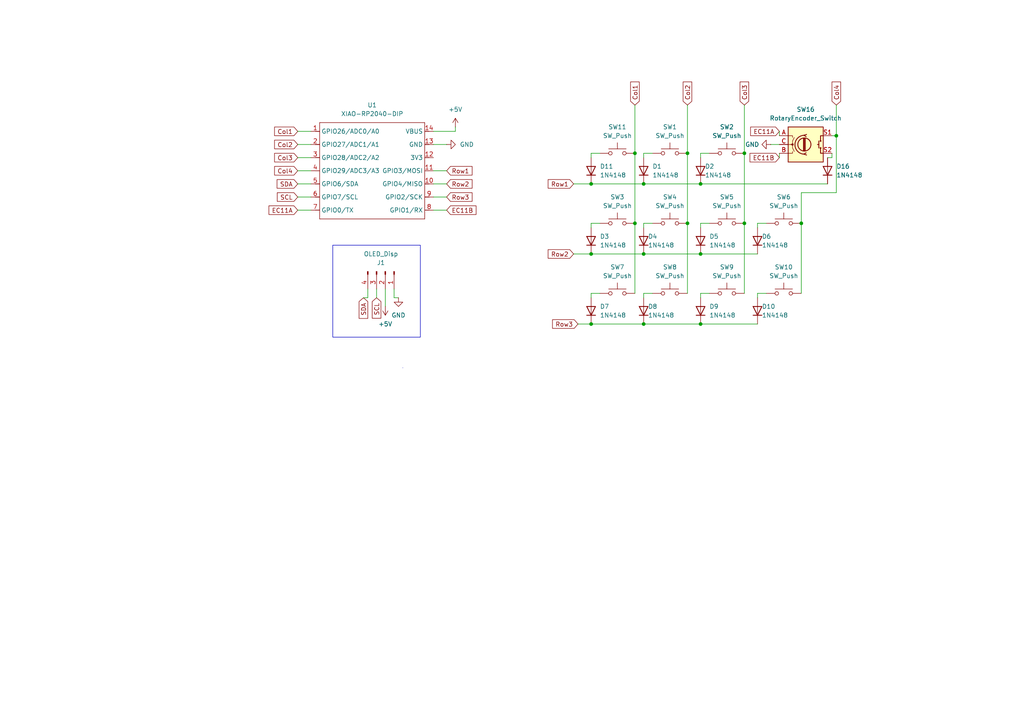
<source format=kicad_sch>
(kicad_sch
	(version 20250114)
	(generator "eeschema")
	(generator_version "9.0")
	(uuid "830a27d9-624f-4ffa-a1f6-7d503d545f4a")
	(paper "A4")
	(lib_symbols
		(symbol "Connector:Conn_01x04_Pin"
			(pin_names
				(offset 1.016)
				(hide yes)
			)
			(exclude_from_sim no)
			(in_bom yes)
			(on_board yes)
			(property "Reference" "J"
				(at 0 5.08 0)
				(effects
					(font
						(size 1.27 1.27)
					)
				)
			)
			(property "Value" "Conn_01x04_Pin"
				(at 0 -7.62 0)
				(effects
					(font
						(size 1.27 1.27)
					)
				)
			)
			(property "Footprint" ""
				(at 0 0 0)
				(effects
					(font
						(size 1.27 1.27)
					)
					(hide yes)
				)
			)
			(property "Datasheet" "~"
				(at 0 0 0)
				(effects
					(font
						(size 1.27 1.27)
					)
					(hide yes)
				)
			)
			(property "Description" "Generic connector, single row, 01x04, script generated"
				(at 0 0 0)
				(effects
					(font
						(size 1.27 1.27)
					)
					(hide yes)
				)
			)
			(property "ki_locked" ""
				(at 0 0 0)
				(effects
					(font
						(size 1.27 1.27)
					)
				)
			)
			(property "ki_keywords" "connector"
				(at 0 0 0)
				(effects
					(font
						(size 1.27 1.27)
					)
					(hide yes)
				)
			)
			(property "ki_fp_filters" "Connector*:*_1x??_*"
				(at 0 0 0)
				(effects
					(font
						(size 1.27 1.27)
					)
					(hide yes)
				)
			)
			(symbol "Conn_01x04_Pin_1_1"
				(rectangle
					(start 0.8636 2.667)
					(end 0 2.413)
					(stroke
						(width 0.1524)
						(type default)
					)
					(fill
						(type outline)
					)
				)
				(rectangle
					(start 0.8636 0.127)
					(end 0 -0.127)
					(stroke
						(width 0.1524)
						(type default)
					)
					(fill
						(type outline)
					)
				)
				(rectangle
					(start 0.8636 -2.413)
					(end 0 -2.667)
					(stroke
						(width 0.1524)
						(type default)
					)
					(fill
						(type outline)
					)
				)
				(rectangle
					(start 0.8636 -4.953)
					(end 0 -5.207)
					(stroke
						(width 0.1524)
						(type default)
					)
					(fill
						(type outline)
					)
				)
				(polyline
					(pts
						(xy 1.27 2.54) (xy 0.8636 2.54)
					)
					(stroke
						(width 0.1524)
						(type default)
					)
					(fill
						(type none)
					)
				)
				(polyline
					(pts
						(xy 1.27 0) (xy 0.8636 0)
					)
					(stroke
						(width 0.1524)
						(type default)
					)
					(fill
						(type none)
					)
				)
				(polyline
					(pts
						(xy 1.27 -2.54) (xy 0.8636 -2.54)
					)
					(stroke
						(width 0.1524)
						(type default)
					)
					(fill
						(type none)
					)
				)
				(polyline
					(pts
						(xy 1.27 -5.08) (xy 0.8636 -5.08)
					)
					(stroke
						(width 0.1524)
						(type default)
					)
					(fill
						(type none)
					)
				)
				(pin passive line
					(at 5.08 2.54 180)
					(length 3.81)
					(name "Pin_1"
						(effects
							(font
								(size 1.27 1.27)
							)
						)
					)
					(number "1"
						(effects
							(font
								(size 1.27 1.27)
							)
						)
					)
				)
				(pin passive line
					(at 5.08 0 180)
					(length 3.81)
					(name "Pin_2"
						(effects
							(font
								(size 1.27 1.27)
							)
						)
					)
					(number "2"
						(effects
							(font
								(size 1.27 1.27)
							)
						)
					)
				)
				(pin passive line
					(at 5.08 -2.54 180)
					(length 3.81)
					(name "Pin_3"
						(effects
							(font
								(size 1.27 1.27)
							)
						)
					)
					(number "3"
						(effects
							(font
								(size 1.27 1.27)
							)
						)
					)
				)
				(pin passive line
					(at 5.08 -5.08 180)
					(length 3.81)
					(name "Pin_4"
						(effects
							(font
								(size 1.27 1.27)
							)
						)
					)
					(number "4"
						(effects
							(font
								(size 1.27 1.27)
							)
						)
					)
				)
			)
			(embedded_fonts no)
		)
		(symbol "Device:RotaryEncoder_Switch"
			(pin_names
				(offset 0.254)
				(hide yes)
			)
			(exclude_from_sim no)
			(in_bom yes)
			(on_board yes)
			(property "Reference" "SW"
				(at 0 6.604 0)
				(effects
					(font
						(size 1.27 1.27)
					)
				)
			)
			(property "Value" "RotaryEncoder_Switch"
				(at 0 -6.604 0)
				(effects
					(font
						(size 1.27 1.27)
					)
				)
			)
			(property "Footprint" ""
				(at -3.81 4.064 0)
				(effects
					(font
						(size 1.27 1.27)
					)
					(hide yes)
				)
			)
			(property "Datasheet" "~"
				(at 0 6.604 0)
				(effects
					(font
						(size 1.27 1.27)
					)
					(hide yes)
				)
			)
			(property "Description" "Rotary encoder, dual channel, incremental quadrate outputs, with switch"
				(at 0 0 0)
				(effects
					(font
						(size 1.27 1.27)
					)
					(hide yes)
				)
			)
			(property "ki_keywords" "rotary switch encoder switch push button"
				(at 0 0 0)
				(effects
					(font
						(size 1.27 1.27)
					)
					(hide yes)
				)
			)
			(property "ki_fp_filters" "RotaryEncoder*Switch*"
				(at 0 0 0)
				(effects
					(font
						(size 1.27 1.27)
					)
					(hide yes)
				)
			)
			(symbol "RotaryEncoder_Switch_0_1"
				(rectangle
					(start -5.08 5.08)
					(end 5.08 -5.08)
					(stroke
						(width 0.254)
						(type default)
					)
					(fill
						(type background)
					)
				)
				(polyline
					(pts
						(xy -5.08 2.54) (xy -3.81 2.54) (xy -3.81 2.032)
					)
					(stroke
						(width 0)
						(type default)
					)
					(fill
						(type none)
					)
				)
				(polyline
					(pts
						(xy -5.08 0) (xy -3.81 0) (xy -3.81 -1.016) (xy -3.302 -2.032)
					)
					(stroke
						(width 0)
						(type default)
					)
					(fill
						(type none)
					)
				)
				(polyline
					(pts
						(xy -5.08 -2.54) (xy -3.81 -2.54) (xy -3.81 -2.032)
					)
					(stroke
						(width 0)
						(type default)
					)
					(fill
						(type none)
					)
				)
				(polyline
					(pts
						(xy -4.318 0) (xy -3.81 0) (xy -3.81 1.016) (xy -3.302 2.032)
					)
					(stroke
						(width 0)
						(type default)
					)
					(fill
						(type none)
					)
				)
				(circle
					(center -3.81 0)
					(radius 0.254)
					(stroke
						(width 0)
						(type default)
					)
					(fill
						(type outline)
					)
				)
				(polyline
					(pts
						(xy -0.635 -1.778) (xy -0.635 1.778)
					)
					(stroke
						(width 0.254)
						(type default)
					)
					(fill
						(type none)
					)
				)
				(circle
					(center -0.381 0)
					(radius 1.905)
					(stroke
						(width 0.254)
						(type default)
					)
					(fill
						(type none)
					)
				)
				(polyline
					(pts
						(xy -0.381 -1.778) (xy -0.381 1.778)
					)
					(stroke
						(width 0.254)
						(type default)
					)
					(fill
						(type none)
					)
				)
				(arc
					(start -0.381 -2.794)
					(mid -3.0988 -0.0635)
					(end -0.381 2.667)
					(stroke
						(width 0.254)
						(type default)
					)
					(fill
						(type none)
					)
				)
				(polyline
					(pts
						(xy -0.127 1.778) (xy -0.127 -1.778)
					)
					(stroke
						(width 0.254)
						(type default)
					)
					(fill
						(type none)
					)
				)
				(polyline
					(pts
						(xy 0.254 2.921) (xy -0.508 2.667) (xy 0.127 2.286)
					)
					(stroke
						(width 0.254)
						(type default)
					)
					(fill
						(type none)
					)
				)
				(polyline
					(pts
						(xy 0.254 -3.048) (xy -0.508 -2.794) (xy 0.127 -2.413)
					)
					(stroke
						(width 0.254)
						(type default)
					)
					(fill
						(type none)
					)
				)
				(polyline
					(pts
						(xy 3.81 1.016) (xy 3.81 -1.016)
					)
					(stroke
						(width 0.254)
						(type default)
					)
					(fill
						(type none)
					)
				)
				(polyline
					(pts
						(xy 3.81 0) (xy 3.429 0)
					)
					(stroke
						(width 0.254)
						(type default)
					)
					(fill
						(type none)
					)
				)
				(circle
					(center 4.318 1.016)
					(radius 0.127)
					(stroke
						(width 0.254)
						(type default)
					)
					(fill
						(type none)
					)
				)
				(circle
					(center 4.318 -1.016)
					(radius 0.127)
					(stroke
						(width 0.254)
						(type default)
					)
					(fill
						(type none)
					)
				)
				(polyline
					(pts
						(xy 5.08 2.54) (xy 4.318 2.54) (xy 4.318 1.016)
					)
					(stroke
						(width 0.254)
						(type default)
					)
					(fill
						(type none)
					)
				)
				(polyline
					(pts
						(xy 5.08 -2.54) (xy 4.318 -2.54) (xy 4.318 -1.016)
					)
					(stroke
						(width 0.254)
						(type default)
					)
					(fill
						(type none)
					)
				)
			)
			(symbol "RotaryEncoder_Switch_1_1"
				(pin passive line
					(at -7.62 2.54 0)
					(length 2.54)
					(name "A"
						(effects
							(font
								(size 1.27 1.27)
							)
						)
					)
					(number "A"
						(effects
							(font
								(size 1.27 1.27)
							)
						)
					)
				)
				(pin passive line
					(at -7.62 0 0)
					(length 2.54)
					(name "C"
						(effects
							(font
								(size 1.27 1.27)
							)
						)
					)
					(number "C"
						(effects
							(font
								(size 1.27 1.27)
							)
						)
					)
				)
				(pin passive line
					(at -7.62 -2.54 0)
					(length 2.54)
					(name "B"
						(effects
							(font
								(size 1.27 1.27)
							)
						)
					)
					(number "B"
						(effects
							(font
								(size 1.27 1.27)
							)
						)
					)
				)
				(pin passive line
					(at 7.62 2.54 180)
					(length 2.54)
					(name "S1"
						(effects
							(font
								(size 1.27 1.27)
							)
						)
					)
					(number "S1"
						(effects
							(font
								(size 1.27 1.27)
							)
						)
					)
				)
				(pin passive line
					(at 7.62 -2.54 180)
					(length 2.54)
					(name "S2"
						(effects
							(font
								(size 1.27 1.27)
							)
						)
					)
					(number "S2"
						(effects
							(font
								(size 1.27 1.27)
							)
						)
					)
				)
			)
			(embedded_fonts no)
		)
		(symbol "Diode:1N4148"
			(pin_numbers
				(hide yes)
			)
			(pin_names
				(hide yes)
			)
			(exclude_from_sim no)
			(in_bom yes)
			(on_board yes)
			(property "Reference" "D"
				(at 0 2.54 0)
				(effects
					(font
						(size 1.27 1.27)
					)
				)
			)
			(property "Value" "1N4148"
				(at 0 -2.54 0)
				(effects
					(font
						(size 1.27 1.27)
					)
				)
			)
			(property "Footprint" "Diode_THT:D_DO-35_SOD27_P7.62mm_Horizontal"
				(at 0 0 0)
				(effects
					(font
						(size 1.27 1.27)
					)
					(hide yes)
				)
			)
			(property "Datasheet" "https://assets.nexperia.com/documents/data-sheet/1N4148_1N4448.pdf"
				(at 0 0 0)
				(effects
					(font
						(size 1.27 1.27)
					)
					(hide yes)
				)
			)
			(property "Description" "100V 0.15A standard switching diode, DO-35"
				(at 0 0 0)
				(effects
					(font
						(size 1.27 1.27)
					)
					(hide yes)
				)
			)
			(property "Sim.Device" "D"
				(at 0 0 0)
				(effects
					(font
						(size 1.27 1.27)
					)
					(hide yes)
				)
			)
			(property "Sim.Pins" "1=K 2=A"
				(at 0 0 0)
				(effects
					(font
						(size 1.27 1.27)
					)
					(hide yes)
				)
			)
			(property "ki_keywords" "diode"
				(at 0 0 0)
				(effects
					(font
						(size 1.27 1.27)
					)
					(hide yes)
				)
			)
			(property "ki_fp_filters" "D*DO?35*"
				(at 0 0 0)
				(effects
					(font
						(size 1.27 1.27)
					)
					(hide yes)
				)
			)
			(symbol "1N4148_0_1"
				(polyline
					(pts
						(xy -1.27 1.27) (xy -1.27 -1.27)
					)
					(stroke
						(width 0.254)
						(type default)
					)
					(fill
						(type none)
					)
				)
				(polyline
					(pts
						(xy 1.27 1.27) (xy 1.27 -1.27) (xy -1.27 0) (xy 1.27 1.27)
					)
					(stroke
						(width 0.254)
						(type default)
					)
					(fill
						(type none)
					)
				)
				(polyline
					(pts
						(xy 1.27 0) (xy -1.27 0)
					)
					(stroke
						(width 0)
						(type default)
					)
					(fill
						(type none)
					)
				)
			)
			(symbol "1N4148_1_1"
				(pin passive line
					(at -3.81 0 0)
					(length 2.54)
					(name "K"
						(effects
							(font
								(size 1.27 1.27)
							)
						)
					)
					(number "1"
						(effects
							(font
								(size 1.27 1.27)
							)
						)
					)
				)
				(pin passive line
					(at 3.81 0 180)
					(length 2.54)
					(name "A"
						(effects
							(font
								(size 1.27 1.27)
							)
						)
					)
					(number "2"
						(effects
							(font
								(size 1.27 1.27)
							)
						)
					)
				)
			)
			(embedded_fonts no)
		)
		(symbol "OPL:XIAO-RP2040-DIP"
			(exclude_from_sim no)
			(in_bom yes)
			(on_board yes)
			(property "Reference" "U"
				(at 0 0 0)
				(effects
					(font
						(size 1.27 1.27)
					)
				)
			)
			(property "Value" "XIAO-RP2040-DIP"
				(at 5.334 -1.778 0)
				(effects
					(font
						(size 1.27 1.27)
					)
				)
			)
			(property "Footprint" "Module:MOUDLE14P-XIAO-DIP-SMD"
				(at 14.478 -32.258 0)
				(effects
					(font
						(size 1.27 1.27)
					)
					(hide yes)
				)
			)
			(property "Datasheet" ""
				(at 0 0 0)
				(effects
					(font
						(size 1.27 1.27)
					)
					(hide yes)
				)
			)
			(property "Description" ""
				(at 0 0 0)
				(effects
					(font
						(size 1.27 1.27)
					)
					(hide yes)
				)
			)
			(symbol "XIAO-RP2040-DIP_1_0"
				(polyline
					(pts
						(xy -1.27 -2.54) (xy 29.21 -2.54)
					)
					(stroke
						(width 0.1524)
						(type solid)
					)
					(fill
						(type none)
					)
				)
				(polyline
					(pts
						(xy -1.27 -5.08) (xy -2.54 -5.08)
					)
					(stroke
						(width 0.1524)
						(type solid)
					)
					(fill
						(type none)
					)
				)
				(polyline
					(pts
						(xy -1.27 -5.08) (xy -1.27 -2.54)
					)
					(stroke
						(width 0.1524)
						(type solid)
					)
					(fill
						(type none)
					)
				)
				(polyline
					(pts
						(xy -1.27 -8.89) (xy -2.54 -8.89)
					)
					(stroke
						(width 0.1524)
						(type solid)
					)
					(fill
						(type none)
					)
				)
				(polyline
					(pts
						(xy -1.27 -8.89) (xy -1.27 -5.08)
					)
					(stroke
						(width 0.1524)
						(type solid)
					)
					(fill
						(type none)
					)
				)
				(polyline
					(pts
						(xy -1.27 -12.7) (xy -2.54 -12.7)
					)
					(stroke
						(width 0.1524)
						(type solid)
					)
					(fill
						(type none)
					)
				)
				(polyline
					(pts
						(xy -1.27 -12.7) (xy -1.27 -8.89)
					)
					(stroke
						(width 0.1524)
						(type solid)
					)
					(fill
						(type none)
					)
				)
				(polyline
					(pts
						(xy -1.27 -16.51) (xy -2.54 -16.51)
					)
					(stroke
						(width 0.1524)
						(type solid)
					)
					(fill
						(type none)
					)
				)
				(polyline
					(pts
						(xy -1.27 -16.51) (xy -1.27 -12.7)
					)
					(stroke
						(width 0.1524)
						(type solid)
					)
					(fill
						(type none)
					)
				)
				(polyline
					(pts
						(xy -1.27 -20.32) (xy -2.54 -20.32)
					)
					(stroke
						(width 0.1524)
						(type solid)
					)
					(fill
						(type none)
					)
				)
				(polyline
					(pts
						(xy -1.27 -24.13) (xy -2.54 -24.13)
					)
					(stroke
						(width 0.1524)
						(type solid)
					)
					(fill
						(type none)
					)
				)
				(polyline
					(pts
						(xy -1.27 -27.94) (xy -2.54 -27.94)
					)
					(stroke
						(width 0.1524)
						(type solid)
					)
					(fill
						(type none)
					)
				)
				(polyline
					(pts
						(xy -1.27 -30.48) (xy -1.27 -16.51)
					)
					(stroke
						(width 0.1524)
						(type solid)
					)
					(fill
						(type none)
					)
				)
				(polyline
					(pts
						(xy 29.21 -2.54) (xy 29.21 -5.08)
					)
					(stroke
						(width 0.1524)
						(type solid)
					)
					(fill
						(type none)
					)
				)
				(polyline
					(pts
						(xy 29.21 -5.08) (xy 29.21 -8.89)
					)
					(stroke
						(width 0.1524)
						(type solid)
					)
					(fill
						(type none)
					)
				)
				(polyline
					(pts
						(xy 29.21 -8.89) (xy 29.21 -12.7)
					)
					(stroke
						(width 0.1524)
						(type solid)
					)
					(fill
						(type none)
					)
				)
				(polyline
					(pts
						(xy 29.21 -12.7) (xy 29.21 -30.48)
					)
					(stroke
						(width 0.1524)
						(type solid)
					)
					(fill
						(type none)
					)
				)
				(polyline
					(pts
						(xy 29.21 -30.48) (xy -1.27 -30.48)
					)
					(stroke
						(width 0.1524)
						(type solid)
					)
					(fill
						(type none)
					)
				)
				(polyline
					(pts
						(xy 30.48 -5.08) (xy 29.21 -5.08)
					)
					(stroke
						(width 0.1524)
						(type solid)
					)
					(fill
						(type none)
					)
				)
				(polyline
					(pts
						(xy 30.48 -8.89) (xy 29.21 -8.89)
					)
					(stroke
						(width 0.1524)
						(type solid)
					)
					(fill
						(type none)
					)
				)
				(polyline
					(pts
						(xy 30.48 -12.7) (xy 29.21 -12.7)
					)
					(stroke
						(width 0.1524)
						(type solid)
					)
					(fill
						(type none)
					)
				)
				(polyline
					(pts
						(xy 30.48 -16.51) (xy 29.21 -16.51)
					)
					(stroke
						(width 0.1524)
						(type solid)
					)
					(fill
						(type none)
					)
				)
				(polyline
					(pts
						(xy 30.48 -20.32) (xy 29.21 -20.32)
					)
					(stroke
						(width 0.1524)
						(type solid)
					)
					(fill
						(type none)
					)
				)
				(polyline
					(pts
						(xy 30.48 -24.13) (xy 29.21 -24.13)
					)
					(stroke
						(width 0.1524)
						(type solid)
					)
					(fill
						(type none)
					)
				)
				(polyline
					(pts
						(xy 30.48 -27.94) (xy 29.21 -27.94)
					)
					(stroke
						(width 0.1524)
						(type solid)
					)
					(fill
						(type none)
					)
				)
				(pin passive line
					(at -3.81 -5.08 0)
					(length 2.54)
					(name "GPIO26/ADC0/A0"
						(effects
							(font
								(size 1.27 1.27)
							)
						)
					)
					(number "1"
						(effects
							(font
								(size 1.27 1.27)
							)
						)
					)
				)
				(pin passive line
					(at -3.81 -8.89 0)
					(length 2.54)
					(name "GPIO27/ADC1/A1"
						(effects
							(font
								(size 1.27 1.27)
							)
						)
					)
					(number "2"
						(effects
							(font
								(size 1.27 1.27)
							)
						)
					)
				)
				(pin passive line
					(at -3.81 -12.7 0)
					(length 2.54)
					(name "GPIO28/ADC2/A2"
						(effects
							(font
								(size 1.27 1.27)
							)
						)
					)
					(number "3"
						(effects
							(font
								(size 1.27 1.27)
							)
						)
					)
				)
				(pin passive line
					(at -3.81 -16.51 0)
					(length 2.54)
					(name "GPIO29/ADC3/A3"
						(effects
							(font
								(size 1.27 1.27)
							)
						)
					)
					(number "4"
						(effects
							(font
								(size 1.27 1.27)
							)
						)
					)
				)
				(pin passive line
					(at -3.81 -20.32 0)
					(length 2.54)
					(name "GPIO6/SDA"
						(effects
							(font
								(size 1.27 1.27)
							)
						)
					)
					(number "5"
						(effects
							(font
								(size 1.27 1.27)
							)
						)
					)
				)
				(pin passive line
					(at -3.81 -24.13 0)
					(length 2.54)
					(name "GPIO7/SCL"
						(effects
							(font
								(size 1.27 1.27)
							)
						)
					)
					(number "6"
						(effects
							(font
								(size 1.27 1.27)
							)
						)
					)
				)
				(pin passive line
					(at -3.81 -27.94 0)
					(length 2.54)
					(name "GPIO0/TX"
						(effects
							(font
								(size 1.27 1.27)
							)
						)
					)
					(number "7"
						(effects
							(font
								(size 1.27 1.27)
							)
						)
					)
				)
				(pin passive line
					(at 31.75 -5.08 180)
					(length 2.54)
					(name "VBUS"
						(effects
							(font
								(size 1.27 1.27)
							)
						)
					)
					(number "14"
						(effects
							(font
								(size 1.27 1.27)
							)
						)
					)
				)
				(pin passive line
					(at 31.75 -8.89 180)
					(length 2.54)
					(name "GND"
						(effects
							(font
								(size 1.27 1.27)
							)
						)
					)
					(number "13"
						(effects
							(font
								(size 1.27 1.27)
							)
						)
					)
				)
				(pin passive line
					(at 31.75 -12.7 180)
					(length 2.54)
					(name "3V3"
						(effects
							(font
								(size 1.27 1.27)
							)
						)
					)
					(number "12"
						(effects
							(font
								(size 1.27 1.27)
							)
						)
					)
				)
				(pin passive line
					(at 31.75 -16.51 180)
					(length 2.54)
					(name "GPIO3/MOSI"
						(effects
							(font
								(size 1.27 1.27)
							)
						)
					)
					(number "11"
						(effects
							(font
								(size 1.27 1.27)
							)
						)
					)
				)
				(pin passive line
					(at 31.75 -20.32 180)
					(length 2.54)
					(name "GPIO4/MISO"
						(effects
							(font
								(size 1.27 1.27)
							)
						)
					)
					(number "10"
						(effects
							(font
								(size 1.27 1.27)
							)
						)
					)
				)
				(pin passive line
					(at 31.75 -24.13 180)
					(length 2.54)
					(name "GPIO2/SCK"
						(effects
							(font
								(size 1.27 1.27)
							)
						)
					)
					(number "9"
						(effects
							(font
								(size 1.27 1.27)
							)
						)
					)
				)
				(pin passive line
					(at 31.75 -27.94 180)
					(length 2.54)
					(name "GPIO1/RX"
						(effects
							(font
								(size 1.27 1.27)
							)
						)
					)
					(number "8"
						(effects
							(font
								(size 1.27 1.27)
							)
						)
					)
				)
			)
			(embedded_fonts no)
		)
		(symbol "Switch:SW_Push"
			(pin_numbers
				(hide yes)
			)
			(pin_names
				(offset 1.016)
				(hide yes)
			)
			(exclude_from_sim no)
			(in_bom yes)
			(on_board yes)
			(property "Reference" "SW"
				(at 1.27 2.54 0)
				(effects
					(font
						(size 1.27 1.27)
					)
					(justify left)
				)
			)
			(property "Value" "SW_Push"
				(at 0 -1.524 0)
				(effects
					(font
						(size 1.27 1.27)
					)
				)
			)
			(property "Footprint" ""
				(at 0 5.08 0)
				(effects
					(font
						(size 1.27 1.27)
					)
					(hide yes)
				)
			)
			(property "Datasheet" "~"
				(at 0 5.08 0)
				(effects
					(font
						(size 1.27 1.27)
					)
					(hide yes)
				)
			)
			(property "Description" "Push button switch, generic, two pins"
				(at 0 0 0)
				(effects
					(font
						(size 1.27 1.27)
					)
					(hide yes)
				)
			)
			(property "ki_keywords" "switch normally-open pushbutton push-button"
				(at 0 0 0)
				(effects
					(font
						(size 1.27 1.27)
					)
					(hide yes)
				)
			)
			(symbol "SW_Push_0_1"
				(circle
					(center -2.032 0)
					(radius 0.508)
					(stroke
						(width 0)
						(type default)
					)
					(fill
						(type none)
					)
				)
				(polyline
					(pts
						(xy 0 1.27) (xy 0 3.048)
					)
					(stroke
						(width 0)
						(type default)
					)
					(fill
						(type none)
					)
				)
				(circle
					(center 2.032 0)
					(radius 0.508)
					(stroke
						(width 0)
						(type default)
					)
					(fill
						(type none)
					)
				)
				(polyline
					(pts
						(xy 2.54 1.27) (xy -2.54 1.27)
					)
					(stroke
						(width 0)
						(type default)
					)
					(fill
						(type none)
					)
				)
				(pin passive line
					(at -5.08 0 0)
					(length 2.54)
					(name "1"
						(effects
							(font
								(size 1.27 1.27)
							)
						)
					)
					(number "1"
						(effects
							(font
								(size 1.27 1.27)
							)
						)
					)
				)
				(pin passive line
					(at 5.08 0 180)
					(length 2.54)
					(name "2"
						(effects
							(font
								(size 1.27 1.27)
							)
						)
					)
					(number "2"
						(effects
							(font
								(size 1.27 1.27)
							)
						)
					)
				)
			)
			(embedded_fonts no)
		)
		(symbol "power:+5V"
			(power)
			(pin_numbers
				(hide yes)
			)
			(pin_names
				(offset 0)
				(hide yes)
			)
			(exclude_from_sim no)
			(in_bom yes)
			(on_board yes)
			(property "Reference" "#PWR"
				(at 0 -3.81 0)
				(effects
					(font
						(size 1.27 1.27)
					)
					(hide yes)
				)
			)
			(property "Value" "+5V"
				(at 0 3.556 0)
				(effects
					(font
						(size 1.27 1.27)
					)
				)
			)
			(property "Footprint" ""
				(at 0 0 0)
				(effects
					(font
						(size 1.27 1.27)
					)
					(hide yes)
				)
			)
			(property "Datasheet" ""
				(at 0 0 0)
				(effects
					(font
						(size 1.27 1.27)
					)
					(hide yes)
				)
			)
			(property "Description" "Power symbol creates a global label with name \"+5V\""
				(at 0 0 0)
				(effects
					(font
						(size 1.27 1.27)
					)
					(hide yes)
				)
			)
			(property "ki_keywords" "global power"
				(at 0 0 0)
				(effects
					(font
						(size 1.27 1.27)
					)
					(hide yes)
				)
			)
			(symbol "+5V_0_1"
				(polyline
					(pts
						(xy -0.762 1.27) (xy 0 2.54)
					)
					(stroke
						(width 0)
						(type default)
					)
					(fill
						(type none)
					)
				)
				(polyline
					(pts
						(xy 0 2.54) (xy 0.762 1.27)
					)
					(stroke
						(width 0)
						(type default)
					)
					(fill
						(type none)
					)
				)
				(polyline
					(pts
						(xy 0 0) (xy 0 2.54)
					)
					(stroke
						(width 0)
						(type default)
					)
					(fill
						(type none)
					)
				)
			)
			(symbol "+5V_1_1"
				(pin power_in line
					(at 0 0 90)
					(length 0)
					(name "~"
						(effects
							(font
								(size 1.27 1.27)
							)
						)
					)
					(number "1"
						(effects
							(font
								(size 1.27 1.27)
							)
						)
					)
				)
			)
			(embedded_fonts no)
		)
		(symbol "power:GND"
			(power)
			(pin_numbers
				(hide yes)
			)
			(pin_names
				(offset 0)
				(hide yes)
			)
			(exclude_from_sim no)
			(in_bom yes)
			(on_board yes)
			(property "Reference" "#PWR"
				(at 0 -6.35 0)
				(effects
					(font
						(size 1.27 1.27)
					)
					(hide yes)
				)
			)
			(property "Value" "GND"
				(at 0 -3.81 0)
				(effects
					(font
						(size 1.27 1.27)
					)
				)
			)
			(property "Footprint" ""
				(at 0 0 0)
				(effects
					(font
						(size 1.27 1.27)
					)
					(hide yes)
				)
			)
			(property "Datasheet" ""
				(at 0 0 0)
				(effects
					(font
						(size 1.27 1.27)
					)
					(hide yes)
				)
			)
			(property "Description" "Power symbol creates a global label with name \"GND\" , ground"
				(at 0 0 0)
				(effects
					(font
						(size 1.27 1.27)
					)
					(hide yes)
				)
			)
			(property "ki_keywords" "global power"
				(at 0 0 0)
				(effects
					(font
						(size 1.27 1.27)
					)
					(hide yes)
				)
			)
			(symbol "GND_0_1"
				(polyline
					(pts
						(xy 0 0) (xy 0 -1.27) (xy 1.27 -1.27) (xy 0 -2.54) (xy -1.27 -1.27) (xy 0 -1.27)
					)
					(stroke
						(width 0)
						(type default)
					)
					(fill
						(type none)
					)
				)
			)
			(symbol "GND_1_1"
				(pin power_in line
					(at 0 0 270)
					(length 0)
					(name "~"
						(effects
							(font
								(size 1.27 1.27)
							)
						)
					)
					(number "1"
						(effects
							(font
								(size 1.27 1.27)
							)
						)
					)
				)
			)
			(embedded_fonts no)
		)
	)
	(rectangle
		(start 96.52 71.12)
		(end 121.92 97.79)
		(stroke
			(width 0)
			(type default)
		)
		(fill
			(type none)
		)
		(uuid 566b106f-d89a-4d4f-8eb3-81c578307a97)
	)
	(rectangle
		(start 116.84 106.68)
		(end 116.84 106.68)
		(stroke
			(width 0)
			(type default)
		)
		(fill
			(type none)
		)
		(uuid f2a8bc0d-4b36-43f4-a407-7a8184038866)
	)
	(junction
		(at 215.9 44.45)
		(diameter 0)
		(color 0 0 0 0)
		(uuid "08ed9b00-7a04-4eb8-88b0-896f533b7ae3")
	)
	(junction
		(at 184.15 64.77)
		(diameter 0)
		(color 0 0 0 0)
		(uuid "133b54a2-fbf8-4752-bd05-30c474a8f9ad")
	)
	(junction
		(at 171.45 93.98)
		(diameter 0)
		(color 0 0 0 0)
		(uuid "1ee1f661-c7c3-4d58-8885-f434c3c53249")
	)
	(junction
		(at 199.39 44.45)
		(diameter 0)
		(color 0 0 0 0)
		(uuid "2b7e93ba-4ef7-4e5f-a0bb-32cc3a1ffdef")
	)
	(junction
		(at 203.2 73.66)
		(diameter 0)
		(color 0 0 0 0)
		(uuid "3ed63cd6-3c21-42e2-a92b-01cec3a92ce1")
	)
	(junction
		(at 232.41 64.77)
		(diameter 0)
		(color 0 0 0 0)
		(uuid "4063cddb-18bd-4ad0-9fc6-6269df377d22")
	)
	(junction
		(at 186.69 53.34)
		(diameter 0)
		(color 0 0 0 0)
		(uuid "63bb988d-6f7e-4fc8-859e-f387a59e015f")
	)
	(junction
		(at 171.45 73.66)
		(diameter 0)
		(color 0 0 0 0)
		(uuid "6687cb19-ba94-4898-848a-c2e06d9308d2")
	)
	(junction
		(at 186.69 93.98)
		(diameter 0)
		(color 0 0 0 0)
		(uuid "6739d9b6-37d6-4c9e-98ee-1bdcf89b901a")
	)
	(junction
		(at 242.57 39.37)
		(diameter 0)
		(color 0 0 0 0)
		(uuid "6fad008e-ff32-4f6d-8965-303d9294fedf")
	)
	(junction
		(at 186.69 73.66)
		(diameter 0)
		(color 0 0 0 0)
		(uuid "70a34e43-d413-4164-bd1b-9f723f9fa7d4")
	)
	(junction
		(at 203.2 93.98)
		(diameter 0)
		(color 0 0 0 0)
		(uuid "c1961569-edba-4235-b88e-1502c2a9617f")
	)
	(junction
		(at 171.45 53.34)
		(diameter 0)
		(color 0 0 0 0)
		(uuid "ce0652c6-8d55-47c9-b123-09b4932927b9")
	)
	(junction
		(at 199.39 64.77)
		(diameter 0)
		(color 0 0 0 0)
		(uuid "cff34142-78a2-4df6-b65a-8af44d4c235c")
	)
	(junction
		(at 203.2 53.34)
		(diameter 0)
		(color 0 0 0 0)
		(uuid "e9d18ca0-f09a-4cf7-9f20-09cfc3128382")
	)
	(junction
		(at 215.9 64.77)
		(diameter 0)
		(color 0 0 0 0)
		(uuid "ee1e9f41-fe9f-4784-bb52-55153299121d")
	)
	(junction
		(at 184.15 44.45)
		(diameter 0)
		(color 0 0 0 0)
		(uuid "f030c034-46bb-44f5-98fb-817d62c79c1a")
	)
	(wire
		(pts
			(xy 215.9 30.48) (xy 215.9 44.45)
		)
		(stroke
			(width 0)
			(type default)
		)
		(uuid "00dcd696-501b-48c9-828d-d2eb0e86a569")
	)
	(wire
		(pts
			(xy 199.39 44.45) (xy 199.39 64.77)
		)
		(stroke
			(width 0)
			(type default)
		)
		(uuid "044131cd-601e-4125-a172-17aaebdb3d8c")
	)
	(wire
		(pts
			(xy 171.45 73.66) (xy 186.69 73.66)
		)
		(stroke
			(width 0)
			(type default)
		)
		(uuid "09fdb9e4-d2cf-4d6f-b0f5-daf7c4a1a1b4")
	)
	(wire
		(pts
			(xy 203.2 53.34) (xy 240.03 53.34)
		)
		(stroke
			(width 0)
			(type default)
		)
		(uuid "0a20bbc0-bd5f-4b0a-b864-f293497d758b")
	)
	(wire
		(pts
			(xy 109.22 83.82) (xy 109.22 86.36)
		)
		(stroke
			(width 0)
			(type default)
		)
		(uuid "1bec152a-387f-4823-bc57-a8752b612146")
	)
	(wire
		(pts
			(xy 205.74 64.77) (xy 203.2 64.77)
		)
		(stroke
			(width 0)
			(type default)
		)
		(uuid "20c1cb66-3e8d-4633-86c4-24e85b0ea878")
	)
	(wire
		(pts
			(xy 203.2 44.45) (xy 203.2 45.72)
		)
		(stroke
			(width 0)
			(type default)
		)
		(uuid "23472020-6374-4bad-81a5-48fff48d7645")
	)
	(wire
		(pts
			(xy 86.36 53.34) (xy 90.17 53.34)
		)
		(stroke
			(width 0)
			(type default)
		)
		(uuid "23c09aa8-4b61-437b-afb3-c2b9495420d8")
	)
	(wire
		(pts
			(xy 125.73 57.15) (xy 129.54 57.15)
		)
		(stroke
			(width 0)
			(type default)
		)
		(uuid "2488c5b9-f3e7-4450-b88b-fa085cdc7502")
	)
	(wire
		(pts
			(xy 171.45 53.34) (xy 186.69 53.34)
		)
		(stroke
			(width 0)
			(type default)
		)
		(uuid "24e985a3-a534-4901-bbae-1bdc8339d5d5")
	)
	(wire
		(pts
			(xy 125.73 38.1) (xy 132.08 38.1)
		)
		(stroke
			(width 0)
			(type default)
		)
		(uuid "30a50bc6-7566-465a-92f9-7fd8c1c221ba")
	)
	(wire
		(pts
			(xy 186.69 93.98) (xy 203.2 93.98)
		)
		(stroke
			(width 0)
			(type default)
		)
		(uuid "35a2da05-2704-446d-abb3-71c438d857fb")
	)
	(wire
		(pts
			(xy 171.45 85.09) (xy 171.45 86.36)
		)
		(stroke
			(width 0)
			(type default)
		)
		(uuid "37d9217f-9f9e-4f56-ad1a-f8ba5abd783a")
	)
	(wire
		(pts
			(xy 223.52 41.91) (xy 226.06 41.91)
		)
		(stroke
			(width 0)
			(type default)
		)
		(uuid "3dcfcfb3-2e93-4fd2-89d9-c3afc5e47636")
	)
	(wire
		(pts
			(xy 241.3 45.72) (xy 240.03 45.72)
		)
		(stroke
			(width 0)
			(type default)
		)
		(uuid "3e619a61-7f8c-4fac-9534-9be6a175ec1f")
	)
	(wire
		(pts
			(xy 203.2 73.66) (xy 219.71 73.66)
		)
		(stroke
			(width 0)
			(type default)
		)
		(uuid "437cea73-ef53-454b-8294-2cfbf5a8b95c")
	)
	(wire
		(pts
			(xy 132.08 38.1) (xy 132.08 36.83)
		)
		(stroke
			(width 0)
			(type default)
		)
		(uuid "47aa594c-92f3-418d-b274-3d853b21e181")
	)
	(wire
		(pts
			(xy 125.73 53.34) (xy 129.54 53.34)
		)
		(stroke
			(width 0)
			(type default)
		)
		(uuid "47e33187-de15-438b-96a9-a6e661ca377b")
	)
	(wire
		(pts
			(xy 111.76 83.82) (xy 111.76 88.9)
		)
		(stroke
			(width 0)
			(type default)
		)
		(uuid "47fbb62a-da66-4d90-852f-d1adae8756bc")
	)
	(wire
		(pts
			(xy 86.36 60.96) (xy 90.17 60.96)
		)
		(stroke
			(width 0)
			(type default)
		)
		(uuid "4e9b3ea2-1965-4811-9fef-bfa8fbf9e061")
	)
	(wire
		(pts
			(xy 186.69 53.34) (xy 203.2 53.34)
		)
		(stroke
			(width 0)
			(type default)
		)
		(uuid "52b84eb1-6af4-4766-bd02-0504b0ef920d")
	)
	(wire
		(pts
			(xy 215.9 64.77) (xy 215.9 85.09)
		)
		(stroke
			(width 0)
			(type default)
		)
		(uuid "549afb24-abd7-4257-ad4b-ef9d52672f25")
	)
	(wire
		(pts
			(xy 222.25 85.09) (xy 219.71 85.09)
		)
		(stroke
			(width 0)
			(type default)
		)
		(uuid "58f9f798-a7af-4fa8-9ff7-df56d3d6f8a6")
	)
	(wire
		(pts
			(xy 242.57 39.37) (xy 242.57 55.88)
		)
		(stroke
			(width 0)
			(type default)
		)
		(uuid "59ab622d-8ce6-49e3-9f72-77fcf6ea916a")
	)
	(wire
		(pts
			(xy 242.57 30.48) (xy 242.57 39.37)
		)
		(stroke
			(width 0)
			(type default)
		)
		(uuid "5bcfb7ed-9eff-49fc-bbfe-bc24965d2dfd")
	)
	(wire
		(pts
			(xy 171.45 64.77) (xy 171.45 66.04)
		)
		(stroke
			(width 0)
			(type default)
		)
		(uuid "5ce799f3-05ea-40dc-a61d-923c8e26874f")
	)
	(wire
		(pts
			(xy 106.68 83.82) (xy 106.68 86.36)
		)
		(stroke
			(width 0)
			(type default)
		)
		(uuid "5fed772d-8fd2-4f4e-8c08-71be83cc7d6f")
	)
	(wire
		(pts
			(xy 171.45 44.45) (xy 171.45 45.72)
		)
		(stroke
			(width 0)
			(type default)
		)
		(uuid "63df75bd-e8bf-4bfc-b6de-1c1606c7d143")
	)
	(wire
		(pts
			(xy 86.36 38.1) (xy 90.17 38.1)
		)
		(stroke
			(width 0)
			(type default)
		)
		(uuid "6b49e44d-c216-4d03-bddf-e746fcd2c6cc")
	)
	(wire
		(pts
			(xy 242.57 55.88) (xy 232.41 55.88)
		)
		(stroke
			(width 0)
			(type default)
		)
		(uuid "720bef3b-4e74-409d-a2f5-b2a013870d99")
	)
	(wire
		(pts
			(xy 125.73 60.96) (xy 129.54 60.96)
		)
		(stroke
			(width 0)
			(type default)
		)
		(uuid "78ddbe50-0a45-4666-83ba-01629a8bfe30")
	)
	(wire
		(pts
			(xy 219.71 85.09) (xy 219.71 86.36)
		)
		(stroke
			(width 0)
			(type default)
		)
		(uuid "7951b1e9-7f70-4eaa-9bfd-d1d340090faa")
	)
	(wire
		(pts
			(xy 189.23 64.77) (xy 186.69 64.77)
		)
		(stroke
			(width 0)
			(type default)
		)
		(uuid "7bf7ffd5-bc49-4b5e-86f2-c5d4f32ebf36")
	)
	(wire
		(pts
			(xy 205.74 85.09) (xy 203.2 85.09)
		)
		(stroke
			(width 0)
			(type default)
		)
		(uuid "7cc7e8f0-f57d-4585-8b53-76941b8abb07")
	)
	(wire
		(pts
			(xy 203.2 93.98) (xy 219.71 93.98)
		)
		(stroke
			(width 0)
			(type default)
		)
		(uuid "7e05a271-975e-4da3-8f16-8ed77085f0e8")
	)
	(wire
		(pts
			(xy 125.73 49.53) (xy 129.54 49.53)
		)
		(stroke
			(width 0)
			(type default)
		)
		(uuid "81542976-7d6a-4454-9c90-5cdcbd581252")
	)
	(wire
		(pts
			(xy 86.36 57.15) (xy 90.17 57.15)
		)
		(stroke
			(width 0)
			(type default)
		)
		(uuid "821eaaaa-f773-4615-b952-a78dad002627")
	)
	(wire
		(pts
			(xy 226.06 39.37) (xy 226.06 38.1)
		)
		(stroke
			(width 0)
			(type default)
		)
		(uuid "84169b21-b8e7-4a5f-8d0c-83c049a70142")
	)
	(wire
		(pts
			(xy 166.37 73.66) (xy 171.45 73.66)
		)
		(stroke
			(width 0)
			(type default)
		)
		(uuid "85f7cdc9-f4e9-4a94-a836-a517bc3002a4")
	)
	(wire
		(pts
			(xy 184.15 64.77) (xy 184.15 85.09)
		)
		(stroke
			(width 0)
			(type default)
		)
		(uuid "8982de2a-f0b6-4c15-a96c-8b708e542345")
	)
	(wire
		(pts
			(xy 219.71 64.77) (xy 219.71 66.04)
		)
		(stroke
			(width 0)
			(type default)
		)
		(uuid "90bc5f4e-f079-41a0-92c8-238d7c8e200a")
	)
	(wire
		(pts
			(xy 186.69 85.09) (xy 186.69 86.36)
		)
		(stroke
			(width 0)
			(type default)
		)
		(uuid "92934330-03c9-448f-8dd6-a2b4f88e497a")
	)
	(wire
		(pts
			(xy 241.3 44.45) (xy 241.3 45.72)
		)
		(stroke
			(width 0)
			(type default)
		)
		(uuid "942d17a5-1fd3-4fe3-aa76-ed6a9b253c66")
	)
	(wire
		(pts
			(xy 166.37 53.34) (xy 171.45 53.34)
		)
		(stroke
			(width 0)
			(type default)
		)
		(uuid "966686c5-aaa1-41a7-aaf6-ce414512df55")
	)
	(wire
		(pts
			(xy 215.9 44.45) (xy 215.9 64.77)
		)
		(stroke
			(width 0)
			(type default)
		)
		(uuid "9720a211-9216-4e7a-9557-7ac954627d86")
	)
	(wire
		(pts
			(xy 186.69 64.77) (xy 186.69 66.04)
		)
		(stroke
			(width 0)
			(type default)
		)
		(uuid "977352f0-1ac1-4685-a761-803712c66403")
	)
	(wire
		(pts
			(xy 241.3 39.37) (xy 242.57 39.37)
		)
		(stroke
			(width 0)
			(type default)
		)
		(uuid "98871aae-896a-4075-b5c2-27c1db524846")
	)
	(wire
		(pts
			(xy 86.36 41.91) (xy 90.17 41.91)
		)
		(stroke
			(width 0)
			(type default)
		)
		(uuid "998f6b6d-d1cc-46c6-8225-670a7d1addc8")
	)
	(wire
		(pts
			(xy 186.69 73.66) (xy 203.2 73.66)
		)
		(stroke
			(width 0)
			(type default)
		)
		(uuid "a382541a-e219-4306-9142-8e3caa5d404b")
	)
	(wire
		(pts
			(xy 106.68 86.36) (xy 105.41 86.36)
		)
		(stroke
			(width 0)
			(type default)
		)
		(uuid "a3f2c736-3bb3-459e-a833-c0cc427539d3")
	)
	(wire
		(pts
			(xy 125.73 41.91) (xy 129.54 41.91)
		)
		(stroke
			(width 0)
			(type default)
		)
		(uuid "a5b19438-4a03-40be-b036-02f1332562e1")
	)
	(wire
		(pts
			(xy 205.74 44.45) (xy 203.2 44.45)
		)
		(stroke
			(width 0)
			(type default)
		)
		(uuid "ae3adc9b-82e4-454d-8dd4-52a8e9715c69")
	)
	(wire
		(pts
			(xy 114.3 86.36) (xy 115.57 86.36)
		)
		(stroke
			(width 0)
			(type default)
		)
		(uuid "b514ffbd-c20d-47f3-be32-2270e14e9cf4")
	)
	(wire
		(pts
			(xy 184.15 30.48) (xy 184.15 44.45)
		)
		(stroke
			(width 0)
			(type default)
		)
		(uuid "c46faa69-57b4-4f17-b262-9e61765e20a7")
	)
	(wire
		(pts
			(xy 173.99 85.09) (xy 171.45 85.09)
		)
		(stroke
			(width 0)
			(type default)
		)
		(uuid "c524f373-e4b8-4a43-bc0b-56e119f44205")
	)
	(wire
		(pts
			(xy 184.15 44.45) (xy 184.15 64.77)
		)
		(stroke
			(width 0)
			(type default)
		)
		(uuid "c7e8f5cf-115a-4dbe-917f-46bf51beafb6")
	)
	(wire
		(pts
			(xy 171.45 93.98) (xy 186.69 93.98)
		)
		(stroke
			(width 0)
			(type default)
		)
		(uuid "c88dd248-cb99-4176-abfd-e823e072e136")
	)
	(wire
		(pts
			(xy 86.36 45.72) (xy 90.17 45.72)
		)
		(stroke
			(width 0)
			(type default)
		)
		(uuid "c8d01072-5af4-46cc-b52d-da6ad83a1c73")
	)
	(wire
		(pts
			(xy 203.2 85.09) (xy 203.2 86.36)
		)
		(stroke
			(width 0)
			(type default)
		)
		(uuid "ca3e5ce4-2b53-4e3f-8847-532892083658")
	)
	(wire
		(pts
			(xy 86.36 49.53) (xy 90.17 49.53)
		)
		(stroke
			(width 0)
			(type default)
		)
		(uuid "d17fa937-9e22-412d-8b4b-f49c4c28d465")
	)
	(wire
		(pts
			(xy 167.64 93.98) (xy 171.45 93.98)
		)
		(stroke
			(width 0)
			(type default)
		)
		(uuid "d1942bdd-904e-4868-8aad-df34659e532e")
	)
	(wire
		(pts
			(xy 222.25 64.77) (xy 219.71 64.77)
		)
		(stroke
			(width 0)
			(type default)
		)
		(uuid "d7231aee-da7c-49a7-ad19-2560a9df5a74")
	)
	(wire
		(pts
			(xy 189.23 85.09) (xy 186.69 85.09)
		)
		(stroke
			(width 0)
			(type default)
		)
		(uuid "df497001-0a3f-4bad-8053-03123f87e1b0")
	)
	(wire
		(pts
			(xy 189.23 44.45) (xy 186.69 44.45)
		)
		(stroke
			(width 0)
			(type default)
		)
		(uuid "e210e0c2-2ad8-41a2-9117-8997df6fe21d")
	)
	(wire
		(pts
			(xy 232.41 55.88) (xy 232.41 64.77)
		)
		(stroke
			(width 0)
			(type default)
		)
		(uuid "e537308e-310f-4274-a80c-7dd540748468")
	)
	(wire
		(pts
			(xy 203.2 64.77) (xy 203.2 66.04)
		)
		(stroke
			(width 0)
			(type default)
		)
		(uuid "e5b2f3f4-646b-4661-bfb3-908768697b96")
	)
	(wire
		(pts
			(xy 186.69 44.45) (xy 186.69 45.72)
		)
		(stroke
			(width 0)
			(type default)
		)
		(uuid "e72a1f84-bbcc-4c78-bbb6-23cfb3286fd2")
	)
	(wire
		(pts
			(xy 226.06 45.72) (xy 226.06 44.45)
		)
		(stroke
			(width 0)
			(type default)
		)
		(uuid "e9a0d89d-1a06-4c61-bea3-0e9df9afc6f6")
	)
	(wire
		(pts
			(xy 173.99 64.77) (xy 171.45 64.77)
		)
		(stroke
			(width 0)
			(type default)
		)
		(uuid "ef06eff4-40ea-4ded-b899-91031f136720")
	)
	(wire
		(pts
			(xy 232.41 64.77) (xy 232.41 85.09)
		)
		(stroke
			(width 0)
			(type default)
		)
		(uuid "ef23d0fd-67fe-4c3b-8a7f-a299fd64fcf9")
	)
	(wire
		(pts
			(xy 199.39 30.48) (xy 199.39 44.45)
		)
		(stroke
			(width 0)
			(type default)
		)
		(uuid "f2c70d92-7b9e-4aac-bb0c-5ea46cf5f1da")
	)
	(wire
		(pts
			(xy 114.3 83.82) (xy 114.3 86.36)
		)
		(stroke
			(width 0)
			(type default)
		)
		(uuid "f374a424-9d73-4992-a7c9-0e3ab16d8e2d")
	)
	(wire
		(pts
			(xy 199.39 64.77) (xy 199.39 85.09)
		)
		(stroke
			(width 0)
			(type default)
		)
		(uuid "f7e7d4c9-4637-4176-9dc4-30be5c9a738f")
	)
	(wire
		(pts
			(xy 173.99 44.45) (xy 171.45 44.45)
		)
		(stroke
			(width 0)
			(type default)
		)
		(uuid "fb033d2f-ef4b-4d95-abba-017c27e03e7c")
	)
	(global_label "Col3"
		(shape input)
		(at 86.36 45.72 180)
		(fields_autoplaced yes)
		(effects
			(font
				(size 1.27 1.27)
			)
			(justify right)
		)
		(uuid "25c87386-e278-4106-927b-6ba2d3dcba67")
		(property "Intersheetrefs" "${INTERSHEET_REFS}"
			(at 79.0811 45.72 0)
			(effects
				(font
					(size 1.27 1.27)
				)
				(justify right)
				(hide yes)
			)
		)
	)
	(global_label "EC11A"
		(shape input)
		(at 226.06 38.1 180)
		(fields_autoplaced yes)
		(effects
			(font
				(size 1.27 1.27)
			)
			(justify right)
		)
		(uuid "28879d61-eb6c-4cdf-a01d-b87dc2eef32b")
		(property "Intersheetrefs" "${INTERSHEET_REFS}"
			(at 217.1482 38.1 0)
			(effects
				(font
					(size 1.27 1.27)
				)
				(justify right)
				(hide yes)
			)
		)
	)
	(global_label "SCL"
		(shape input)
		(at 86.36 57.15 180)
		(fields_autoplaced yes)
		(effects
			(font
				(size 1.27 1.27)
			)
			(justify right)
		)
		(uuid "33d27a86-393c-4207-a221-93256631895d")
		(property "Intersheetrefs" "${INTERSHEET_REFS}"
			(at 79.8672 57.15 0)
			(effects
				(font
					(size 1.27 1.27)
				)
				(justify right)
				(hide yes)
			)
		)
	)
	(global_label "Row2"
		(shape input)
		(at 129.54 53.34 0)
		(fields_autoplaced yes)
		(effects
			(font
				(size 1.27 1.27)
			)
			(justify left)
		)
		(uuid "40b8a19e-edf7-4b9f-8ad3-dd95b6db7a8a")
		(property "Intersheetrefs" "${INTERSHEET_REFS}"
			(at 137.4842 53.34 0)
			(effects
				(font
					(size 1.27 1.27)
				)
				(justify left)
				(hide yes)
			)
		)
	)
	(global_label "Col1"
		(shape input)
		(at 86.36 38.1 180)
		(fields_autoplaced yes)
		(effects
			(font
				(size 1.27 1.27)
			)
			(justify right)
		)
		(uuid "6b0e1fe5-dc2e-4359-97d3-0dfeac4e549a")
		(property "Intersheetrefs" "${INTERSHEET_REFS}"
			(at 79.0811 38.1 0)
			(effects
				(font
					(size 1.27 1.27)
				)
				(justify right)
				(hide yes)
			)
		)
	)
	(global_label "SDA"
		(shape input)
		(at 105.41 86.36 270)
		(fields_autoplaced yes)
		(effects
			(font
				(size 1.27 1.27)
			)
			(justify right)
		)
		(uuid "73375e73-693d-4695-818c-2c91897f84c8")
		(property "Intersheetrefs" "${INTERSHEET_REFS}"
			(at 105.41 92.9133 90)
			(effects
				(font
					(size 1.27 1.27)
				)
				(justify right)
				(hide yes)
			)
		)
	)
	(global_label "SCL"
		(shape input)
		(at 109.22 86.36 270)
		(fields_autoplaced yes)
		(effects
			(font
				(size 1.27 1.27)
			)
			(justify right)
		)
		(uuid "76f21a3f-2c8a-4ea5-bb2c-053b64bd880d")
		(property "Intersheetrefs" "${INTERSHEET_REFS}"
			(at 109.22 92.8528 90)
			(effects
				(font
					(size 1.27 1.27)
				)
				(justify right)
				(hide yes)
			)
		)
	)
	(global_label "Col1"
		(shape input)
		(at 184.15 30.48 90)
		(fields_autoplaced yes)
		(effects
			(font
				(size 1.27 1.27)
			)
			(justify left)
		)
		(uuid "7a8ee942-9328-4801-b1a5-8158e08d9acc")
		(property "Intersheetrefs" "${INTERSHEET_REFS}"
			(at 184.15 23.2011 90)
			(effects
				(font
					(size 1.27 1.27)
				)
				(justify left)
				(hide yes)
			)
		)
	)
	(global_label "Row1"
		(shape input)
		(at 129.54 49.53 0)
		(fields_autoplaced yes)
		(effects
			(font
				(size 1.27 1.27)
			)
			(justify left)
		)
		(uuid "7d29419f-4ffd-4d49-9d0f-556819e01bc9")
		(property "Intersheetrefs" "${INTERSHEET_REFS}"
			(at 137.4842 49.53 0)
			(effects
				(font
					(size 1.27 1.27)
				)
				(justify left)
				(hide yes)
			)
		)
	)
	(global_label "EC11A"
		(shape input)
		(at 86.36 60.96 180)
		(fields_autoplaced yes)
		(effects
			(font
				(size 1.27 1.27)
			)
			(justify right)
		)
		(uuid "7f8251f3-ad30-4251-9e9f-63ced5611023")
		(property "Intersheetrefs" "${INTERSHEET_REFS}"
			(at 77.4482 60.96 0)
			(effects
				(font
					(size 1.27 1.27)
				)
				(justify right)
				(hide yes)
			)
		)
	)
	(global_label "SDA"
		(shape input)
		(at 86.36 53.34 180)
		(fields_autoplaced yes)
		(effects
			(font
				(size 1.27 1.27)
			)
			(justify right)
		)
		(uuid "8d056ca1-b7ad-4dee-9183-1175fa16bd6b")
		(property "Intersheetrefs" "${INTERSHEET_REFS}"
			(at 79.8067 53.34 0)
			(effects
				(font
					(size 1.27 1.27)
				)
				(justify right)
				(hide yes)
			)
		)
	)
	(global_label "EC11B"
		(shape input)
		(at 129.54 60.96 0)
		(fields_autoplaced yes)
		(effects
			(font
				(size 1.27 1.27)
			)
			(justify left)
		)
		(uuid "a5247323-c196-4e4d-bbbd-12d77a20a738")
		(property "Intersheetrefs" "${INTERSHEET_REFS}"
			(at 138.6332 60.96 0)
			(effects
				(font
					(size 1.27 1.27)
				)
				(justify left)
				(hide yes)
			)
		)
	)
	(global_label "EC11B"
		(shape input)
		(at 226.06 45.72 180)
		(fields_autoplaced yes)
		(effects
			(font
				(size 1.27 1.27)
			)
			(justify right)
		)
		(uuid "ae318550-fef4-42c0-8d0c-b5d0b2015864")
		(property "Intersheetrefs" "${INTERSHEET_REFS}"
			(at 216.9668 45.72 0)
			(effects
				(font
					(size 1.27 1.27)
				)
				(justify right)
				(hide yes)
			)
		)
	)
	(global_label "Col3"
		(shape input)
		(at 215.9 30.48 90)
		(fields_autoplaced yes)
		(effects
			(font
				(size 1.27 1.27)
			)
			(justify left)
		)
		(uuid "b0f51a65-19d5-439a-99f4-576baa39525f")
		(property "Intersheetrefs" "${INTERSHEET_REFS}"
			(at 215.9 23.2011 90)
			(effects
				(font
					(size 1.27 1.27)
				)
				(justify left)
				(hide yes)
			)
		)
	)
	(global_label "Col4"
		(shape input)
		(at 86.36 49.53 180)
		(fields_autoplaced yes)
		(effects
			(font
				(size 1.27 1.27)
			)
			(justify right)
		)
		(uuid "d1046ddc-151f-40e8-b14e-62d2cf4d7709")
		(property "Intersheetrefs" "${INTERSHEET_REFS}"
			(at 79.0811 49.53 0)
			(effects
				(font
					(size 1.27 1.27)
				)
				(justify right)
				(hide yes)
			)
		)
	)
	(global_label "Col2"
		(shape input)
		(at 86.36 41.91 180)
		(fields_autoplaced yes)
		(effects
			(font
				(size 1.27 1.27)
			)
			(justify right)
		)
		(uuid "d8406b1d-af29-454f-8759-30e6d5d59e44")
		(property "Intersheetrefs" "${INTERSHEET_REFS}"
			(at 79.0811 41.91 0)
			(effects
				(font
					(size 1.27 1.27)
				)
				(justify right)
				(hide yes)
			)
		)
	)
	(global_label "Col4"
		(shape input)
		(at 242.57 30.48 90)
		(fields_autoplaced yes)
		(effects
			(font
				(size 1.27 1.27)
			)
			(justify left)
		)
		(uuid "e337834a-47f3-43b6-bdff-e17152f736e5")
		(property "Intersheetrefs" "${INTERSHEET_REFS}"
			(at 242.57 23.2011 90)
			(effects
				(font
					(size 1.27 1.27)
				)
				(justify left)
				(hide yes)
			)
		)
	)
	(global_label "Row2"
		(shape input)
		(at 166.37 73.66 180)
		(fields_autoplaced yes)
		(effects
			(font
				(size 1.27 1.27)
			)
			(justify right)
		)
		(uuid "e6e82866-7fb6-44fe-bc98-609a3a355398")
		(property "Intersheetrefs" "${INTERSHEET_REFS}"
			(at 158.4258 73.66 0)
			(effects
				(font
					(size 1.27 1.27)
				)
				(justify right)
				(hide yes)
			)
		)
	)
	(global_label "Col2"
		(shape input)
		(at 199.39 30.48 90)
		(fields_autoplaced yes)
		(effects
			(font
				(size 1.27 1.27)
			)
			(justify left)
		)
		(uuid "ed268ec2-36f6-4d63-8254-5c408572b84a")
		(property "Intersheetrefs" "${INTERSHEET_REFS}"
			(at 199.39 23.2011 90)
			(effects
				(font
					(size 1.27 1.27)
				)
				(justify left)
				(hide yes)
			)
		)
	)
	(global_label "Row3"
		(shape input)
		(at 167.64 93.98 180)
		(fields_autoplaced yes)
		(effects
			(font
				(size 1.27 1.27)
			)
			(justify right)
		)
		(uuid "fa033e2e-2146-4719-aa52-bfcef0bda7e3")
		(property "Intersheetrefs" "${INTERSHEET_REFS}"
			(at 159.6958 93.98 0)
			(effects
				(font
					(size 1.27 1.27)
				)
				(justify right)
				(hide yes)
			)
		)
	)
	(global_label "Row1"
		(shape input)
		(at 166.37 53.34 180)
		(fields_autoplaced yes)
		(effects
			(font
				(size 1.27 1.27)
			)
			(justify right)
		)
		(uuid "fb389668-66f9-4cf6-b8f9-4800c282babc")
		(property "Intersheetrefs" "${INTERSHEET_REFS}"
			(at 158.4258 53.34 0)
			(effects
				(font
					(size 1.27 1.27)
				)
				(justify right)
				(hide yes)
			)
		)
	)
	(global_label "Row3"
		(shape input)
		(at 129.54 57.15 0)
		(fields_autoplaced yes)
		(effects
			(font
				(size 1.27 1.27)
			)
			(justify left)
		)
		(uuid "fb99f7f2-839d-43bb-b8b8-77f8e988b7b9")
		(property "Intersheetrefs" "${INTERSHEET_REFS}"
			(at 137.4842 57.15 0)
			(effects
				(font
					(size 1.27 1.27)
				)
				(justify left)
				(hide yes)
			)
		)
	)
	(symbol
		(lib_id "Switch:SW_Push")
		(at 179.07 64.77 0)
		(unit 1)
		(exclude_from_sim no)
		(in_bom yes)
		(on_board yes)
		(dnp no)
		(fields_autoplaced yes)
		(uuid "09593df1-87cf-4fe6-891b-ac2119753be3")
		(property "Reference" "SW3"
			(at 179.07 57.15 0)
			(effects
				(font
					(size 1.27 1.27)
				)
			)
		)
		(property "Value" "SW_Push"
			(at 179.07 59.69 0)
			(effects
				(font
					(size 1.27 1.27)
				)
			)
		)
		(property "Footprint" "hackpad:SW_Cherry_MX_1.00u_PCB_3D"
			(at 179.07 59.69 0)
			(effects
				(font
					(size 1.27 1.27)
				)
				(hide yes)
			)
		)
		(property "Datasheet" "~"
			(at 179.07 59.69 0)
			(effects
				(font
					(size 1.27 1.27)
				)
				(hide yes)
			)
		)
		(property "Description" "Push button switch, generic, two pins"
			(at 179.07 64.77 0)
			(effects
				(font
					(size 1.27 1.27)
				)
				(hide yes)
			)
		)
		(pin "1"
			(uuid "43666cc7-907b-4d3c-a636-c8c769023c6b")
		)
		(pin "2"
			(uuid "e4e6f110-a45c-482f-b590-1426d80e89b5")
		)
		(instances
			(project "hackpad"
				(path "/830a27d9-624f-4ffa-a1f6-7d503d545f4a"
					(reference "SW3")
					(unit 1)
				)
			)
		)
	)
	(symbol
		(lib_id "Diode:1N4148")
		(at 203.2 90.17 90)
		(unit 1)
		(exclude_from_sim no)
		(in_bom yes)
		(on_board yes)
		(dnp no)
		(fields_autoplaced yes)
		(uuid "17d6c15f-0d4d-4d55-aefd-eb4ce6a699d4")
		(property "Reference" "D9"
			(at 205.74 88.8999 90)
			(effects
				(font
					(size 1.27 1.27)
				)
				(justify right)
			)
		)
		(property "Value" "1N4148"
			(at 205.74 91.4399 90)
			(effects
				(font
					(size 1.27 1.27)
				)
				(justify right)
			)
		)
		(property "Footprint" "Diode_THT:D_DO-35_SOD27_P7.62mm_Horizontal"
			(at 203.2 90.17 0)
			(effects
				(font
					(size 1.27 1.27)
				)
				(hide yes)
			)
		)
		(property "Datasheet" "https://assets.nexperia.com/documents/data-sheet/1N4148_1N4448.pdf"
			(at 203.2 90.17 0)
			(effects
				(font
					(size 1.27 1.27)
				)
				(hide yes)
			)
		)
		(property "Description" "100V 0.15A standard switching diode, DO-35"
			(at 203.2 90.17 0)
			(effects
				(font
					(size 1.27 1.27)
				)
				(hide yes)
			)
		)
		(property "Sim.Device" "D"
			(at 203.2 90.17 0)
			(effects
				(font
					(size 1.27 1.27)
				)
				(hide yes)
			)
		)
		(property "Sim.Pins" "1=K 2=A"
			(at 203.2 90.17 0)
			(effects
				(font
					(size 1.27 1.27)
				)
				(hide yes)
			)
		)
		(pin "1"
			(uuid "e9a47d43-48bd-4e4a-836e-796f382232b1")
		)
		(pin "2"
			(uuid "0e91ef77-2cfe-4c34-a6ae-69623e15b432")
		)
		(instances
			(project "hackpad"
				(path "/830a27d9-624f-4ffa-a1f6-7d503d545f4a"
					(reference "D9")
					(unit 1)
				)
			)
		)
	)
	(symbol
		(lib_id "Diode:1N4148")
		(at 186.69 49.53 90)
		(unit 1)
		(exclude_from_sim no)
		(in_bom yes)
		(on_board yes)
		(dnp no)
		(fields_autoplaced yes)
		(uuid "1a81d19a-ea29-486e-91db-b0440962361c")
		(property "Reference" "D1"
			(at 189.23 48.2599 90)
			(effects
				(font
					(size 1.27 1.27)
				)
				(justify right)
			)
		)
		(property "Value" "1N4148"
			(at 189.23 50.7999 90)
			(effects
				(font
					(size 1.27 1.27)
				)
				(justify right)
			)
		)
		(property "Footprint" "Diode_THT:D_DO-35_SOD27_P7.62mm_Horizontal"
			(at 186.69 49.53 0)
			(effects
				(font
					(size 1.27 1.27)
				)
				(hide yes)
			)
		)
		(property "Datasheet" "https://assets.nexperia.com/documents/data-sheet/1N4148_1N4448.pdf"
			(at 186.69 49.53 0)
			(effects
				(font
					(size 1.27 1.27)
				)
				(hide yes)
			)
		)
		(property "Description" "100V 0.15A standard switching diode, DO-35"
			(at 186.69 49.53 0)
			(effects
				(font
					(size 1.27 1.27)
				)
				(hide yes)
			)
		)
		(property "Sim.Device" "D"
			(at 186.69 49.53 0)
			(effects
				(font
					(size 1.27 1.27)
				)
				(hide yes)
			)
		)
		(property "Sim.Pins" "1=K 2=A"
			(at 186.69 49.53 0)
			(effects
				(font
					(size 1.27 1.27)
				)
				(hide yes)
			)
		)
		(pin "1"
			(uuid "38d9c5f2-5d48-4814-8dee-26afb97218c0")
		)
		(pin "2"
			(uuid "1bd2c934-da35-48eb-a437-f718fa7d1176")
		)
		(instances
			(project ""
				(path "/830a27d9-624f-4ffa-a1f6-7d503d545f4a"
					(reference "D1")
					(unit 1)
				)
			)
		)
	)
	(symbol
		(lib_id "Switch:SW_Push")
		(at 194.31 85.09 0)
		(unit 1)
		(exclude_from_sim no)
		(in_bom yes)
		(on_board yes)
		(dnp no)
		(fields_autoplaced yes)
		(uuid "200c4bd0-388b-4969-9b29-b103a5ef8a8a")
		(property "Reference" "SW8"
			(at 194.31 77.47 0)
			(effects
				(font
					(size 1.27 1.27)
				)
			)
		)
		(property "Value" "SW_Push"
			(at 194.31 80.01 0)
			(effects
				(font
					(size 1.27 1.27)
				)
			)
		)
		(property "Footprint" "hackpad:SW_Cherry_MX_1.00u_PCB_3D"
			(at 194.31 80.01 0)
			(effects
				(font
					(size 1.27 1.27)
				)
				(hide yes)
			)
		)
		(property "Datasheet" "~"
			(at 194.31 80.01 0)
			(effects
				(font
					(size 1.27 1.27)
				)
				(hide yes)
			)
		)
		(property "Description" "Push button switch, generic, two pins"
			(at 194.31 85.09 0)
			(effects
				(font
					(size 1.27 1.27)
				)
				(hide yes)
			)
		)
		(pin "1"
			(uuid "082ded97-dae2-430e-8636-34fe482982a8")
		)
		(pin "2"
			(uuid "8ad560c6-7c13-407a-90c5-4c01db142335")
		)
		(instances
			(project "hackpad"
				(path "/830a27d9-624f-4ffa-a1f6-7d503d545f4a"
					(reference "SW8")
					(unit 1)
				)
			)
		)
	)
	(symbol
		(lib_id "Diode:1N4148")
		(at 219.71 90.17 90)
		(unit 1)
		(exclude_from_sim no)
		(in_bom yes)
		(on_board yes)
		(dnp no)
		(uuid "203ac867-9395-423d-bf12-bd8070f1b8b3")
		(property "Reference" "D10"
			(at 220.98 88.8999 90)
			(effects
				(font
					(size 1.27 1.27)
				)
				(justify right)
			)
		)
		(property "Value" "1N4148"
			(at 220.98 91.4399 90)
			(effects
				(font
					(size 1.27 1.27)
				)
				(justify right)
			)
		)
		(property "Footprint" "Diode_THT:D_DO-35_SOD27_P7.62mm_Horizontal"
			(at 219.71 90.17 0)
			(effects
				(font
					(size 1.27 1.27)
				)
				(hide yes)
			)
		)
		(property "Datasheet" "https://assets.nexperia.com/documents/data-sheet/1N4148_1N4448.pdf"
			(at 219.71 90.17 0)
			(effects
				(font
					(size 1.27 1.27)
				)
				(hide yes)
			)
		)
		(property "Description" "100V 0.15A standard switching diode, DO-35"
			(at 219.71 90.17 0)
			(effects
				(font
					(size 1.27 1.27)
				)
				(hide yes)
			)
		)
		(property "Sim.Device" "D"
			(at 219.71 90.17 0)
			(effects
				(font
					(size 1.27 1.27)
				)
				(hide yes)
			)
		)
		(property "Sim.Pins" "1=K 2=A"
			(at 219.71 90.17 0)
			(effects
				(font
					(size 1.27 1.27)
				)
				(hide yes)
			)
		)
		(pin "1"
			(uuid "0856008c-140a-4a67-b476-27bbd57f64bd")
		)
		(pin "2"
			(uuid "00e41b86-1ac8-4a1d-a6bf-ed0907dffccc")
		)
		(instances
			(project "hackpad"
				(path "/830a27d9-624f-4ffa-a1f6-7d503d545f4a"
					(reference "D10")
					(unit 1)
				)
			)
		)
	)
	(symbol
		(lib_id "Switch:SW_Push")
		(at 210.82 85.09 0)
		(unit 1)
		(exclude_from_sim no)
		(in_bom yes)
		(on_board yes)
		(dnp no)
		(fields_autoplaced yes)
		(uuid "251ce5f7-7499-4203-87ed-6ce92f07aa9b")
		(property "Reference" "SW9"
			(at 210.82 77.47 0)
			(effects
				(font
					(size 1.27 1.27)
				)
			)
		)
		(property "Value" "SW_Push"
			(at 210.82 80.01 0)
			(effects
				(font
					(size 1.27 1.27)
				)
			)
		)
		(property "Footprint" "hackpad:SW_Cherry_MX_1.00u_PCB_3D"
			(at 210.82 80.01 0)
			(effects
				(font
					(size 1.27 1.27)
				)
				(hide yes)
			)
		)
		(property "Datasheet" "~"
			(at 210.82 80.01 0)
			(effects
				(font
					(size 1.27 1.27)
				)
				(hide yes)
			)
		)
		(property "Description" "Push button switch, generic, two pins"
			(at 210.82 85.09 0)
			(effects
				(font
					(size 1.27 1.27)
				)
				(hide yes)
			)
		)
		(pin "1"
			(uuid "ef6e42c0-b23b-4a02-a37f-6510b14e477a")
		)
		(pin "2"
			(uuid "b01c5a61-4aff-48d6-89e0-8c1c678d62de")
		)
		(instances
			(project "hackpad"
				(path "/830a27d9-624f-4ffa-a1f6-7d503d545f4a"
					(reference "SW9")
					(unit 1)
				)
			)
		)
	)
	(symbol
		(lib_id "power:GND")
		(at 223.52 41.91 270)
		(unit 1)
		(exclude_from_sim no)
		(in_bom yes)
		(on_board yes)
		(dnp no)
		(uuid "2525bd02-3fae-42f6-93f5-ad465998a86e")
		(property "Reference" "#PWR02"
			(at 217.17 41.91 0)
			(effects
				(font
					(size 1.27 1.27)
				)
				(hide yes)
			)
		)
		(property "Value" "GND"
			(at 220.218 41.91 90)
			(effects
				(font
					(size 1.27 1.27)
				)
				(justify right)
			)
		)
		(property "Footprint" ""
			(at 223.52 41.91 0)
			(effects
				(font
					(size 1.27 1.27)
				)
				(hide yes)
			)
		)
		(property "Datasheet" ""
			(at 223.52 41.91 0)
			(effects
				(font
					(size 1.27 1.27)
				)
				(hide yes)
			)
		)
		(property "Description" "Power symbol creates a global label with name \"GND\" , ground"
			(at 223.52 41.91 0)
			(effects
				(font
					(size 1.27 1.27)
				)
				(hide yes)
			)
		)
		(pin "1"
			(uuid "7aa76304-d887-4e82-adf5-28caf7e82e10")
		)
		(instances
			(project ""
				(path "/830a27d9-624f-4ffa-a1f6-7d503d545f4a"
					(reference "#PWR02")
					(unit 1)
				)
			)
		)
	)
	(symbol
		(lib_id "Diode:1N4148")
		(at 203.2 69.85 90)
		(unit 1)
		(exclude_from_sim no)
		(in_bom yes)
		(on_board yes)
		(dnp no)
		(fields_autoplaced yes)
		(uuid "25435aa7-8235-47f9-aaa1-cae1c6c37250")
		(property "Reference" "D5"
			(at 205.74 68.5799 90)
			(effects
				(font
					(size 1.27 1.27)
				)
				(justify right)
			)
		)
		(property "Value" "1N4148"
			(at 205.74 71.1199 90)
			(effects
				(font
					(size 1.27 1.27)
				)
				(justify right)
			)
		)
		(property "Footprint" "Diode_THT:D_DO-35_SOD27_P7.62mm_Horizontal"
			(at 203.2 69.85 0)
			(effects
				(font
					(size 1.27 1.27)
				)
				(hide yes)
			)
		)
		(property "Datasheet" "https://assets.nexperia.com/documents/data-sheet/1N4148_1N4448.pdf"
			(at 203.2 69.85 0)
			(effects
				(font
					(size 1.27 1.27)
				)
				(hide yes)
			)
		)
		(property "Description" "100V 0.15A standard switching diode, DO-35"
			(at 203.2 69.85 0)
			(effects
				(font
					(size 1.27 1.27)
				)
				(hide yes)
			)
		)
		(property "Sim.Device" "D"
			(at 203.2 69.85 0)
			(effects
				(font
					(size 1.27 1.27)
				)
				(hide yes)
			)
		)
		(property "Sim.Pins" "1=K 2=A"
			(at 203.2 69.85 0)
			(effects
				(font
					(size 1.27 1.27)
				)
				(hide yes)
			)
		)
		(pin "1"
			(uuid "1dbbfc5a-440e-40a5-9af0-78b18ce622e9")
		)
		(pin "2"
			(uuid "f38e4228-13e8-4bb1-910e-05e758de23f5")
		)
		(instances
			(project "hackpad"
				(path "/830a27d9-624f-4ffa-a1f6-7d503d545f4a"
					(reference "D5")
					(unit 1)
				)
			)
		)
	)
	(symbol
		(lib_id "Connector:Conn_01x04_Pin")
		(at 111.76 78.74 270)
		(unit 1)
		(exclude_from_sim no)
		(in_bom yes)
		(on_board yes)
		(dnp no)
		(uuid "326b1135-5880-48c0-890f-1e8d8e2209cd")
		(property "Reference" "J1"
			(at 110.49 76.2 90)
			(effects
				(font
					(size 1.27 1.27)
				)
			)
		)
		(property "Value" "OLED_Disp"
			(at 110.49 73.66 90)
			(effects
				(font
					(size 1.27 1.27)
				)
			)
		)
		(property "Footprint" "hackpad:SSD1306-0.91-OLED-4pin-128x32_3d"
			(at 111.76 78.74 0)
			(effects
				(font
					(size 1.27 1.27)
				)
				(hide yes)
			)
		)
		(property "Datasheet" "~"
			(at 111.76 78.74 0)
			(effects
				(font
					(size 1.27 1.27)
				)
				(hide yes)
			)
		)
		(property "Description" "Generic connector, single row, 01x04, script generated"
			(at 111.76 78.74 0)
			(effects
				(font
					(size 1.27 1.27)
				)
				(hide yes)
			)
		)
		(pin "3"
			(uuid "fbb97cea-1b7c-4413-a512-73d72b5962af")
		)
		(pin "2"
			(uuid "a9bc6517-2885-4044-911e-bce9e426062a")
		)
		(pin "4"
			(uuid "86c843ee-9aa9-44ec-b381-2ffed6842ace")
		)
		(pin "1"
			(uuid "bae47651-8acd-4471-9675-9e3c71572bfb")
		)
		(instances
			(project ""
				(path "/830a27d9-624f-4ffa-a1f6-7d503d545f4a"
					(reference "J1")
					(unit 1)
				)
			)
		)
	)
	(symbol
		(lib_id "power:GND")
		(at 115.57 86.36 0)
		(unit 1)
		(exclude_from_sim no)
		(in_bom yes)
		(on_board yes)
		(dnp no)
		(fields_autoplaced yes)
		(uuid "38bfa020-a5d7-462c-b0b9-34d88e09c11a")
		(property "Reference" "#PWR03"
			(at 115.57 92.71 0)
			(effects
				(font
					(size 1.27 1.27)
				)
				(hide yes)
			)
		)
		(property "Value" "GND"
			(at 115.57 91.44 0)
			(effects
				(font
					(size 1.27 1.27)
				)
			)
		)
		(property "Footprint" ""
			(at 115.57 86.36 0)
			(effects
				(font
					(size 1.27 1.27)
				)
				(hide yes)
			)
		)
		(property "Datasheet" ""
			(at 115.57 86.36 0)
			(effects
				(font
					(size 1.27 1.27)
				)
				(hide yes)
			)
		)
		(property "Description" "Power symbol creates a global label with name \"GND\" , ground"
			(at 115.57 86.36 0)
			(effects
				(font
					(size 1.27 1.27)
				)
				(hide yes)
			)
		)
		(pin "1"
			(uuid "676b50a4-d96a-46bf-ae66-b32316e272d0")
		)
		(instances
			(project ""
				(path "/830a27d9-624f-4ffa-a1f6-7d503d545f4a"
					(reference "#PWR03")
					(unit 1)
				)
			)
		)
	)
	(symbol
		(lib_id "Switch:SW_Push")
		(at 210.82 44.45 0)
		(unit 1)
		(exclude_from_sim no)
		(in_bom yes)
		(on_board yes)
		(dnp no)
		(fields_autoplaced yes)
		(uuid "39926385-a6e6-4fe1-9546-ee7b29331ed6")
		(property "Reference" "SW2"
			(at 210.82 36.83 0)
			(effects
				(font
					(size 1.27 1.27)
				)
			)
		)
		(property "Value" "SW_Push"
			(at 210.82 39.37 0)
			(effects
				(font
					(size 1.27 1.27)
				)
			)
		)
		(property "Footprint" "hackpad:SW_Cherry_MX_1.00u_PCB_3D"
			(at 210.82 39.37 0)
			(effects
				(font
					(size 1.27 1.27)
				)
				(hide yes)
			)
		)
		(property "Datasheet" "~"
			(at 210.82 39.37 0)
			(effects
				(font
					(size 1.27 1.27)
				)
				(hide yes)
			)
		)
		(property "Description" "Push button switch, generic, two pins"
			(at 210.82 44.45 0)
			(effects
				(font
					(size 1.27 1.27)
				)
				(hide yes)
			)
		)
		(pin "1"
			(uuid "0f26383e-52fa-4cb5-b7fc-10cb492adac2")
		)
		(pin "2"
			(uuid "977c8346-808a-4876-b3ae-9f102a747fc7")
		)
		(instances
			(project "hackpad"
				(path "/830a27d9-624f-4ffa-a1f6-7d503d545f4a"
					(reference "SW2")
					(unit 1)
				)
			)
		)
	)
	(symbol
		(lib_id "Diode:1N4148")
		(at 171.45 90.17 90)
		(unit 1)
		(exclude_from_sim no)
		(in_bom yes)
		(on_board yes)
		(dnp no)
		(fields_autoplaced yes)
		(uuid "3e7a06a1-93cb-4f66-ac5a-94865c7950ab")
		(property "Reference" "D7"
			(at 173.99 88.8999 90)
			(effects
				(font
					(size 1.27 1.27)
				)
				(justify right)
			)
		)
		(property "Value" "1N4148"
			(at 173.99 91.4399 90)
			(effects
				(font
					(size 1.27 1.27)
				)
				(justify right)
			)
		)
		(property "Footprint" "Diode_THT:D_DO-35_SOD27_P7.62mm_Horizontal"
			(at 171.45 90.17 0)
			(effects
				(font
					(size 1.27 1.27)
				)
				(hide yes)
			)
		)
		(property "Datasheet" "https://assets.nexperia.com/documents/data-sheet/1N4148_1N4448.pdf"
			(at 171.45 90.17 0)
			(effects
				(font
					(size 1.27 1.27)
				)
				(hide yes)
			)
		)
		(property "Description" "100V 0.15A standard switching diode, DO-35"
			(at 171.45 90.17 0)
			(effects
				(font
					(size 1.27 1.27)
				)
				(hide yes)
			)
		)
		(property "Sim.Device" "D"
			(at 171.45 90.17 0)
			(effects
				(font
					(size 1.27 1.27)
				)
				(hide yes)
			)
		)
		(property "Sim.Pins" "1=K 2=A"
			(at 171.45 90.17 0)
			(effects
				(font
					(size 1.27 1.27)
				)
				(hide yes)
			)
		)
		(pin "1"
			(uuid "c9ffd19d-4a55-43f9-9669-d73e38b37463")
		)
		(pin "2"
			(uuid "e32ea166-9443-471e-9087-b7364526e2eb")
		)
		(instances
			(project "hackpad"
				(path "/830a27d9-624f-4ffa-a1f6-7d503d545f4a"
					(reference "D7")
					(unit 1)
				)
			)
		)
	)
	(symbol
		(lib_id "Diode:1N4148")
		(at 171.45 49.53 90)
		(unit 1)
		(exclude_from_sim no)
		(in_bom yes)
		(on_board yes)
		(dnp no)
		(fields_autoplaced yes)
		(uuid "3f306eb9-d794-4e02-bd02-60a3e42ce5cf")
		(property "Reference" "D11"
			(at 173.99 48.2599 90)
			(effects
				(font
					(size 1.27 1.27)
				)
				(justify right)
			)
		)
		(property "Value" "1N4148"
			(at 173.99 50.7999 90)
			(effects
				(font
					(size 1.27 1.27)
				)
				(justify right)
			)
		)
		(property "Footprint" "Diode_THT:D_DO-35_SOD27_P7.62mm_Horizontal"
			(at 171.45 49.53 0)
			(effects
				(font
					(size 1.27 1.27)
				)
				(hide yes)
			)
		)
		(property "Datasheet" "https://assets.nexperia.com/documents/data-sheet/1N4148_1N4448.pdf"
			(at 171.45 49.53 0)
			(effects
				(font
					(size 1.27 1.27)
				)
				(hide yes)
			)
		)
		(property "Description" "100V 0.15A standard switching diode, DO-35"
			(at 171.45 49.53 0)
			(effects
				(font
					(size 1.27 1.27)
				)
				(hide yes)
			)
		)
		(property "Sim.Device" "D"
			(at 171.45 49.53 0)
			(effects
				(font
					(size 1.27 1.27)
				)
				(hide yes)
			)
		)
		(property "Sim.Pins" "1=K 2=A"
			(at 171.45 49.53 0)
			(effects
				(font
					(size 1.27 1.27)
				)
				(hide yes)
			)
		)
		(pin "1"
			(uuid "0277cbb0-e916-4e5d-802d-ce9717c79de4")
		)
		(pin "2"
			(uuid "7eab19dc-ebb8-408b-81b1-6c0ff2fb61ba")
		)
		(instances
			(project "hackpad"
				(path "/830a27d9-624f-4ffa-a1f6-7d503d545f4a"
					(reference "D11")
					(unit 1)
				)
			)
		)
	)
	(symbol
		(lib_id "Switch:SW_Push")
		(at 179.07 85.09 0)
		(unit 1)
		(exclude_from_sim no)
		(in_bom yes)
		(on_board yes)
		(dnp no)
		(fields_autoplaced yes)
		(uuid "4b1ec624-77a7-43ac-b788-056ecfabc747")
		(property "Reference" "SW7"
			(at 179.07 77.47 0)
			(effects
				(font
					(size 1.27 1.27)
				)
			)
		)
		(property "Value" "SW_Push"
			(at 179.07 80.01 0)
			(effects
				(font
					(size 1.27 1.27)
				)
			)
		)
		(property "Footprint" "hackpad:SW_Cherry_MX_1.00u_PCB_3D"
			(at 179.07 80.01 0)
			(effects
				(font
					(size 1.27 1.27)
				)
				(hide yes)
			)
		)
		(property "Datasheet" "~"
			(at 179.07 80.01 0)
			(effects
				(font
					(size 1.27 1.27)
				)
				(hide yes)
			)
		)
		(property "Description" "Push button switch, generic, two pins"
			(at 179.07 85.09 0)
			(effects
				(font
					(size 1.27 1.27)
				)
				(hide yes)
			)
		)
		(pin "1"
			(uuid "f1bcc631-0dde-496c-8faa-fcf46e34d62e")
		)
		(pin "2"
			(uuid "73f27eb0-d6ed-4ef6-a809-bb48d623daec")
		)
		(instances
			(project "hackpad"
				(path "/830a27d9-624f-4ffa-a1f6-7d503d545f4a"
					(reference "SW7")
					(unit 1)
				)
			)
		)
	)
	(symbol
		(lib_id "Switch:SW_Push")
		(at 194.31 64.77 0)
		(unit 1)
		(exclude_from_sim no)
		(in_bom yes)
		(on_board yes)
		(dnp no)
		(fields_autoplaced yes)
		(uuid "508d1ddf-cb8f-4bcf-b32f-63dd299c5749")
		(property "Reference" "SW4"
			(at 194.31 57.15 0)
			(effects
				(font
					(size 1.27 1.27)
				)
			)
		)
		(property "Value" "SW_Push"
			(at 194.31 59.69 0)
			(effects
				(font
					(size 1.27 1.27)
				)
			)
		)
		(property "Footprint" "hackpad:SW_Cherry_MX_1.00u_PCB_3D"
			(at 194.31 59.69 0)
			(effects
				(font
					(size 1.27 1.27)
				)
				(hide yes)
			)
		)
		(property "Datasheet" "~"
			(at 194.31 59.69 0)
			(effects
				(font
					(size 1.27 1.27)
				)
				(hide yes)
			)
		)
		(property "Description" "Push button switch, generic, two pins"
			(at 194.31 64.77 0)
			(effects
				(font
					(size 1.27 1.27)
				)
				(hide yes)
			)
		)
		(pin "1"
			(uuid "a71ada72-84bf-43c0-ab5e-05b98dd2b71b")
		)
		(pin "2"
			(uuid "f8608a3c-fe87-46aa-a74c-498380e21abc")
		)
		(instances
			(project "hackpad"
				(path "/830a27d9-624f-4ffa-a1f6-7d503d545f4a"
					(reference "SW4")
					(unit 1)
				)
			)
		)
	)
	(symbol
		(lib_id "Switch:SW_Push")
		(at 194.31 44.45 0)
		(unit 1)
		(exclude_from_sim no)
		(in_bom yes)
		(on_board yes)
		(dnp no)
		(fields_autoplaced yes)
		(uuid "513c936b-db68-4516-9854-82965ad34048")
		(property "Reference" "SW1"
			(at 194.31 36.83 0)
			(effects
				(font
					(size 1.27 1.27)
				)
			)
		)
		(property "Value" "SW_Push"
			(at 194.31 39.37 0)
			(effects
				(font
					(size 1.27 1.27)
				)
			)
		)
		(property "Footprint" "hackpad:SW_Cherry_MX_1.00u_PCB_3D"
			(at 194.31 39.37 0)
			(effects
				(font
					(size 1.27 1.27)
				)
				(hide yes)
			)
		)
		(property "Datasheet" "~"
			(at 194.31 39.37 0)
			(effects
				(font
					(size 1.27 1.27)
				)
				(hide yes)
			)
		)
		(property "Description" "Push button switch, generic, two pins"
			(at 194.31 44.45 0)
			(effects
				(font
					(size 1.27 1.27)
				)
				(hide yes)
			)
		)
		(pin "1"
			(uuid "06362428-34f4-4748-8931-0a847edd25f3")
		)
		(pin "2"
			(uuid "c5e19d71-108e-4329-8d22-b2c25f176bb6")
		)
		(instances
			(project ""
				(path "/830a27d9-624f-4ffa-a1f6-7d503d545f4a"
					(reference "SW1")
					(unit 1)
				)
			)
		)
	)
	(symbol
		(lib_id "Switch:SW_Push")
		(at 227.33 85.09 0)
		(unit 1)
		(exclude_from_sim no)
		(in_bom yes)
		(on_board yes)
		(dnp no)
		(fields_autoplaced yes)
		(uuid "6c63d891-5b13-4a84-8be6-e3e2ce87564b")
		(property "Reference" "SW10"
			(at 227.33 77.47 0)
			(effects
				(font
					(size 1.27 1.27)
				)
			)
		)
		(property "Value" "SW_Push"
			(at 227.33 80.01 0)
			(effects
				(font
					(size 1.27 1.27)
				)
			)
		)
		(property "Footprint" "hackpad:SW_Cherry_MX_1.00u_PCB_3D"
			(at 227.33 80.01 0)
			(effects
				(font
					(size 1.27 1.27)
				)
				(hide yes)
			)
		)
		(property "Datasheet" "~"
			(at 227.33 80.01 0)
			(effects
				(font
					(size 1.27 1.27)
				)
				(hide yes)
			)
		)
		(property "Description" "Push button switch, generic, two pins"
			(at 227.33 85.09 0)
			(effects
				(font
					(size 1.27 1.27)
				)
				(hide yes)
			)
		)
		(pin "1"
			(uuid "89cb5531-acb5-49b0-b2e1-2a237fed05b2")
		)
		(pin "2"
			(uuid "41b5d690-7da2-4a9c-9ec6-446efe018616")
		)
		(instances
			(project "hackpad"
				(path "/830a27d9-624f-4ffa-a1f6-7d503d545f4a"
					(reference "SW10")
					(unit 1)
				)
			)
		)
	)
	(symbol
		(lib_id "Diode:1N4148")
		(at 186.69 90.17 90)
		(unit 1)
		(exclude_from_sim no)
		(in_bom yes)
		(on_board yes)
		(dnp no)
		(uuid "6fb7acc0-997a-4afe-8853-cdc64b3e84e0")
		(property "Reference" "D8"
			(at 187.96 88.8999 90)
			(effects
				(font
					(size 1.27 1.27)
				)
				(justify right)
			)
		)
		(property "Value" "1N4148"
			(at 187.96 91.4399 90)
			(effects
				(font
					(size 1.27 1.27)
				)
				(justify right)
			)
		)
		(property "Footprint" "Diode_THT:D_DO-35_SOD27_P7.62mm_Horizontal"
			(at 186.69 90.17 0)
			(effects
				(font
					(size 1.27 1.27)
				)
				(hide yes)
			)
		)
		(property "Datasheet" "https://assets.nexperia.com/documents/data-sheet/1N4148_1N4448.pdf"
			(at 186.69 90.17 0)
			(effects
				(font
					(size 1.27 1.27)
				)
				(hide yes)
			)
		)
		(property "Description" "100V 0.15A standard switching diode, DO-35"
			(at 186.69 90.17 0)
			(effects
				(font
					(size 1.27 1.27)
				)
				(hide yes)
			)
		)
		(property "Sim.Device" "D"
			(at 186.69 90.17 0)
			(effects
				(font
					(size 1.27 1.27)
				)
				(hide yes)
			)
		)
		(property "Sim.Pins" "1=K 2=A"
			(at 186.69 90.17 0)
			(effects
				(font
					(size 1.27 1.27)
				)
				(hide yes)
			)
		)
		(pin "1"
			(uuid "ce1db8ce-8b81-41b6-8e07-b1ef8a73fcb8")
		)
		(pin "2"
			(uuid "14d68cbd-38dc-40fa-bea7-a8da1b57224a")
		)
		(instances
			(project "hackpad"
				(path "/830a27d9-624f-4ffa-a1f6-7d503d545f4a"
					(reference "D8")
					(unit 1)
				)
			)
		)
	)
	(symbol
		(lib_id "power:+5V")
		(at 132.08 36.83 0)
		(unit 1)
		(exclude_from_sim no)
		(in_bom yes)
		(on_board yes)
		(dnp no)
		(fields_autoplaced yes)
		(uuid "85f5f2af-4a96-4fef-ac66-4e5e44a7bb90")
		(property "Reference" "#PWR05"
			(at 132.08 40.64 0)
			(effects
				(font
					(size 1.27 1.27)
				)
				(hide yes)
			)
		)
		(property "Value" "+5V"
			(at 132.08 31.75 0)
			(effects
				(font
					(size 1.27 1.27)
				)
			)
		)
		(property "Footprint" ""
			(at 132.08 36.83 0)
			(effects
				(font
					(size 1.27 1.27)
				)
				(hide yes)
			)
		)
		(property "Datasheet" ""
			(at 132.08 36.83 0)
			(effects
				(font
					(size 1.27 1.27)
				)
				(hide yes)
			)
		)
		(property "Description" "Power symbol creates a global label with name \"+5V\""
			(at 132.08 36.83 0)
			(effects
				(font
					(size 1.27 1.27)
				)
				(hide yes)
			)
		)
		(pin "1"
			(uuid "c3874d24-52ab-4991-8460-9e748b78b598")
		)
		(instances
			(project ""
				(path "/830a27d9-624f-4ffa-a1f6-7d503d545f4a"
					(reference "#PWR05")
					(unit 1)
				)
			)
		)
	)
	(symbol
		(lib_id "Diode:1N4148")
		(at 171.45 69.85 90)
		(unit 1)
		(exclude_from_sim no)
		(in_bom yes)
		(on_board yes)
		(dnp no)
		(fields_autoplaced yes)
		(uuid "8697f745-8a22-42ac-ab87-2c0400ddcc96")
		(property "Reference" "D3"
			(at 173.99 68.5799 90)
			(effects
				(font
					(size 1.27 1.27)
				)
				(justify right)
			)
		)
		(property "Value" "1N4148"
			(at 173.99 71.1199 90)
			(effects
				(font
					(size 1.27 1.27)
				)
				(justify right)
			)
		)
		(property "Footprint" "Diode_THT:D_DO-35_SOD27_P7.62mm_Horizontal"
			(at 171.45 69.85 0)
			(effects
				(font
					(size 1.27 1.27)
				)
				(hide yes)
			)
		)
		(property "Datasheet" "https://assets.nexperia.com/documents/data-sheet/1N4148_1N4448.pdf"
			(at 171.45 69.85 0)
			(effects
				(font
					(size 1.27 1.27)
				)
				(hide yes)
			)
		)
		(property "Description" "100V 0.15A standard switching diode, DO-35"
			(at 171.45 69.85 0)
			(effects
				(font
					(size 1.27 1.27)
				)
				(hide yes)
			)
		)
		(property "Sim.Device" "D"
			(at 171.45 69.85 0)
			(effects
				(font
					(size 1.27 1.27)
				)
				(hide yes)
			)
		)
		(property "Sim.Pins" "1=K 2=A"
			(at 171.45 69.85 0)
			(effects
				(font
					(size 1.27 1.27)
				)
				(hide yes)
			)
		)
		(pin "1"
			(uuid "b79e653f-b44e-4053-9172-ba7b56336a1b")
		)
		(pin "2"
			(uuid "3a814e3d-830e-4758-8531-35e569cf3bab")
		)
		(instances
			(project "hackpad"
				(path "/830a27d9-624f-4ffa-a1f6-7d503d545f4a"
					(reference "D3")
					(unit 1)
				)
			)
		)
	)
	(symbol
		(lib_id "Switch:SW_Push")
		(at 179.07 44.45 0)
		(unit 1)
		(exclude_from_sim no)
		(in_bom yes)
		(on_board yes)
		(dnp no)
		(fields_autoplaced yes)
		(uuid "8a3db546-db8e-4dd0-bba5-5c208d24f761")
		(property "Reference" "SW11"
			(at 179.07 36.83 0)
			(effects
				(font
					(size 1.27 1.27)
				)
			)
		)
		(property "Value" "SW_Push"
			(at 179.07 39.37 0)
			(effects
				(font
					(size 1.27 1.27)
				)
			)
		)
		(property "Footprint" "hackpad:SW_Cherry_MX_1.00u_PCB_3D"
			(at 179.07 39.37 0)
			(effects
				(font
					(size 1.27 1.27)
				)
				(hide yes)
			)
		)
		(property "Datasheet" "~"
			(at 179.07 39.37 0)
			(effects
				(font
					(size 1.27 1.27)
				)
				(hide yes)
			)
		)
		(property "Description" "Push button switch, generic, two pins"
			(at 179.07 44.45 0)
			(effects
				(font
					(size 1.27 1.27)
				)
				(hide yes)
			)
		)
		(pin "1"
			(uuid "cb8c0d9c-be1b-4446-960f-e3cbde838f89")
		)
		(pin "2"
			(uuid "85d92f36-a464-4468-9082-c8f0d89534bd")
		)
		(instances
			(project "hackpad"
				(path "/830a27d9-624f-4ffa-a1f6-7d503d545f4a"
					(reference "SW11")
					(unit 1)
				)
			)
		)
	)
	(symbol
		(lib_id "Diode:1N4148")
		(at 240.03 49.53 90)
		(unit 1)
		(exclude_from_sim no)
		(in_bom yes)
		(on_board yes)
		(dnp no)
		(fields_autoplaced yes)
		(uuid "8aadea48-9fca-4596-994b-537678085884")
		(property "Reference" "D16"
			(at 242.57 48.2599 90)
			(effects
				(font
					(size 1.27 1.27)
				)
				(justify right)
			)
		)
		(property "Value" "1N4148"
			(at 242.57 50.7999 90)
			(effects
				(font
					(size 1.27 1.27)
				)
				(justify right)
			)
		)
		(property "Footprint" "Diode_THT:D_DO-35_SOD27_P7.62mm_Horizontal"
			(at 240.03 49.53 0)
			(effects
				(font
					(size 1.27 1.27)
				)
				(hide yes)
			)
		)
		(property "Datasheet" "https://assets.nexperia.com/documents/data-sheet/1N4148_1N4448.pdf"
			(at 240.03 49.53 0)
			(effects
				(font
					(size 1.27 1.27)
				)
				(hide yes)
			)
		)
		(property "Description" "100V 0.15A standard switching diode, DO-35"
			(at 240.03 49.53 0)
			(effects
				(font
					(size 1.27 1.27)
				)
				(hide yes)
			)
		)
		(property "Sim.Device" "D"
			(at 240.03 49.53 0)
			(effects
				(font
					(size 1.27 1.27)
				)
				(hide yes)
			)
		)
		(property "Sim.Pins" "1=K 2=A"
			(at 240.03 49.53 0)
			(effects
				(font
					(size 1.27 1.27)
				)
				(hide yes)
			)
		)
		(pin "1"
			(uuid "f404f75d-65d2-4627-82d2-380e66cc48d7")
		)
		(pin "2"
			(uuid "bda9b43b-168f-4504-994a-5474b4c8fb6a")
		)
		(instances
			(project "hackpad"
				(path "/830a27d9-624f-4ffa-a1f6-7d503d545f4a"
					(reference "D16")
					(unit 1)
				)
			)
		)
	)
	(symbol
		(lib_id "Switch:SW_Push")
		(at 227.33 64.77 0)
		(unit 1)
		(exclude_from_sim no)
		(in_bom yes)
		(on_board yes)
		(dnp no)
		(fields_autoplaced yes)
		(uuid "a9f41b0e-9e45-4686-a21b-b317f569adf9")
		(property "Reference" "SW6"
			(at 227.33 57.15 0)
			(effects
				(font
					(size 1.27 1.27)
				)
			)
		)
		(property "Value" "SW_Push"
			(at 227.33 59.69 0)
			(effects
				(font
					(size 1.27 1.27)
				)
			)
		)
		(property "Footprint" "hackpad:SW_Cherry_MX_1.00u_PCB_3D"
			(at 227.33 59.69 0)
			(effects
				(font
					(size 1.27 1.27)
				)
				(hide yes)
			)
		)
		(property "Datasheet" "~"
			(at 227.33 59.69 0)
			(effects
				(font
					(size 1.27 1.27)
				)
				(hide yes)
			)
		)
		(property "Description" "Push button switch, generic, two pins"
			(at 227.33 64.77 0)
			(effects
				(font
					(size 1.27 1.27)
				)
				(hide yes)
			)
		)
		(pin "1"
			(uuid "d1f5dc16-a304-4985-9ddc-df248e446607")
		)
		(pin "2"
			(uuid "34067f4a-310a-457d-a0b9-e5cc3ddc836c")
		)
		(instances
			(project "hackpad"
				(path "/830a27d9-624f-4ffa-a1f6-7d503d545f4a"
					(reference "SW6")
					(unit 1)
				)
			)
		)
	)
	(symbol
		(lib_id "power:+5V")
		(at 111.76 88.9 180)
		(unit 1)
		(exclude_from_sim no)
		(in_bom yes)
		(on_board yes)
		(dnp no)
		(fields_autoplaced yes)
		(uuid "ca784177-8d2b-4ada-b5f1-ac3c9b69e4a4")
		(property "Reference" "#PWR04"
			(at 111.76 85.09 0)
			(effects
				(font
					(size 1.27 1.27)
				)
				(hide yes)
			)
		)
		(property "Value" "+5V"
			(at 111.76 93.98 0)
			(effects
				(font
					(size 1.27 1.27)
				)
			)
		)
		(property "Footprint" ""
			(at 111.76 88.9 0)
			(effects
				(font
					(size 1.27 1.27)
				)
				(hide yes)
			)
		)
		(property "Datasheet" ""
			(at 111.76 88.9 0)
			(effects
				(font
					(size 1.27 1.27)
				)
				(hide yes)
			)
		)
		(property "Description" "Power symbol creates a global label with name \"+5V\""
			(at 111.76 88.9 0)
			(effects
				(font
					(size 1.27 1.27)
				)
				(hide yes)
			)
		)
		(pin "1"
			(uuid "0154a149-ad71-4b0d-8166-1f5eb4491609")
		)
		(instances
			(project ""
				(path "/830a27d9-624f-4ffa-a1f6-7d503d545f4a"
					(reference "#PWR04")
					(unit 1)
				)
			)
		)
	)
	(symbol
		(lib_id "Diode:1N4148")
		(at 219.71 69.85 90)
		(unit 1)
		(exclude_from_sim no)
		(in_bom yes)
		(on_board yes)
		(dnp no)
		(uuid "cf14ae16-2992-41c6-afa0-8554c7f10c96")
		(property "Reference" "D6"
			(at 220.98 68.5799 90)
			(effects
				(font
					(size 1.27 1.27)
				)
				(justify right)
			)
		)
		(property "Value" "1N4148"
			(at 220.98 71.1199 90)
			(effects
				(font
					(size 1.27 1.27)
				)
				(justify right)
			)
		)
		(property "Footprint" "Diode_THT:D_DO-35_SOD27_P7.62mm_Horizontal"
			(at 219.71 69.85 0)
			(effects
				(font
					(size 1.27 1.27)
				)
				(hide yes)
			)
		)
		(property "Datasheet" "https://assets.nexperia.com/documents/data-sheet/1N4148_1N4448.pdf"
			(at 219.71 69.85 0)
			(effects
				(font
					(size 1.27 1.27)
				)
				(hide yes)
			)
		)
		(property "Description" "100V 0.15A standard switching diode, DO-35"
			(at 219.71 69.85 0)
			(effects
				(font
					(size 1.27 1.27)
				)
				(hide yes)
			)
		)
		(property "Sim.Device" "D"
			(at 219.71 69.85 0)
			(effects
				(font
					(size 1.27 1.27)
				)
				(hide yes)
			)
		)
		(property "Sim.Pins" "1=K 2=A"
			(at 219.71 69.85 0)
			(effects
				(font
					(size 1.27 1.27)
				)
				(hide yes)
			)
		)
		(pin "1"
			(uuid "cc598c02-bc58-4e2a-ad68-61c2a0da7cad")
		)
		(pin "2"
			(uuid "539429a6-31d2-4fe7-9d41-50cda981d443")
		)
		(instances
			(project "hackpad"
				(path "/830a27d9-624f-4ffa-a1f6-7d503d545f4a"
					(reference "D6")
					(unit 1)
				)
			)
		)
	)
	(symbol
		(lib_id "Diode:1N4148")
		(at 203.2 49.53 90)
		(unit 1)
		(exclude_from_sim no)
		(in_bom yes)
		(on_board yes)
		(dnp no)
		(uuid "d08d8885-eba1-4442-8786-bf7a2fa1b572")
		(property "Reference" "D2"
			(at 204.47 48.2599 90)
			(effects
				(font
					(size 1.27 1.27)
				)
				(justify right)
			)
		)
		(property "Value" "1N4148"
			(at 204.47 50.7999 90)
			(effects
				(font
					(size 1.27 1.27)
				)
				(justify right)
			)
		)
		(property "Footprint" "Diode_THT:D_DO-35_SOD27_P7.62mm_Horizontal"
			(at 203.2 49.53 0)
			(effects
				(font
					(size 1.27 1.27)
				)
				(hide yes)
			)
		)
		(property "Datasheet" "https://assets.nexperia.com/documents/data-sheet/1N4148_1N4448.pdf"
			(at 203.2 49.53 0)
			(effects
				(font
					(size 1.27 1.27)
				)
				(hide yes)
			)
		)
		(property "Description" "100V 0.15A standard switching diode, DO-35"
			(at 203.2 49.53 0)
			(effects
				(font
					(size 1.27 1.27)
				)
				(hide yes)
			)
		)
		(property "Sim.Device" "D"
			(at 203.2 49.53 0)
			(effects
				(font
					(size 1.27 1.27)
				)
				(hide yes)
			)
		)
		(property "Sim.Pins" "1=K 2=A"
			(at 203.2 49.53 0)
			(effects
				(font
					(size 1.27 1.27)
				)
				(hide yes)
			)
		)
		(pin "1"
			(uuid "d85106cc-674f-41a3-ab03-da2d838d8c81")
		)
		(pin "2"
			(uuid "190cd8a0-0539-4eb9-afcb-f3369c595313")
		)
		(instances
			(project "hackpad"
				(path "/830a27d9-624f-4ffa-a1f6-7d503d545f4a"
					(reference "D2")
					(unit 1)
				)
			)
		)
	)
	(symbol
		(lib_id "Switch:SW_Push")
		(at 210.82 64.77 0)
		(unit 1)
		(exclude_from_sim no)
		(in_bom yes)
		(on_board yes)
		(dnp no)
		(fields_autoplaced yes)
		(uuid "d384c603-551d-4f30-b4f1-5fbcc7c47a63")
		(property "Reference" "SW5"
			(at 210.82 57.15 0)
			(effects
				(font
					(size 1.27 1.27)
				)
			)
		)
		(property "Value" "SW_Push"
			(at 210.82 59.69 0)
			(effects
				(font
					(size 1.27 1.27)
				)
			)
		)
		(property "Footprint" "hackpad:SW_Cherry_MX_1.00u_PCB_3D"
			(at 210.82 59.69 0)
			(effects
				(font
					(size 1.27 1.27)
				)
				(hide yes)
			)
		)
		(property "Datasheet" "~"
			(at 210.82 59.69 0)
			(effects
				(font
					(size 1.27 1.27)
				)
				(hide yes)
			)
		)
		(property "Description" "Push button switch, generic, two pins"
			(at 210.82 64.77 0)
			(effects
				(font
					(size 1.27 1.27)
				)
				(hide yes)
			)
		)
		(pin "1"
			(uuid "97d93b96-8678-4236-8b92-b5d52e6b966c")
		)
		(pin "2"
			(uuid "5a6256cc-e01c-45b9-88cb-5d5171f74141")
		)
		(instances
			(project "hackpad"
				(path "/830a27d9-624f-4ffa-a1f6-7d503d545f4a"
					(reference "SW5")
					(unit 1)
				)
			)
		)
	)
	(symbol
		(lib_id "power:GND")
		(at 129.54 41.91 90)
		(unit 1)
		(exclude_from_sim no)
		(in_bom yes)
		(on_board yes)
		(dnp no)
		(fields_autoplaced yes)
		(uuid "d5d45cb4-b954-4eba-87b6-2a7b631e03b7")
		(property "Reference" "#PWR06"
			(at 135.89 41.91 0)
			(effects
				(font
					(size 1.27 1.27)
				)
				(hide yes)
			)
		)
		(property "Value" "GND"
			(at 133.35 41.9099 90)
			(effects
				(font
					(size 1.27 1.27)
				)
				(justify right)
			)
		)
		(property "Footprint" ""
			(at 129.54 41.91 0)
			(effects
				(font
					(size 1.27 1.27)
				)
				(hide yes)
			)
		)
		(property "Datasheet" ""
			(at 129.54 41.91 0)
			(effects
				(font
					(size 1.27 1.27)
				)
				(hide yes)
			)
		)
		(property "Description" "Power symbol creates a global label with name \"GND\" , ground"
			(at 129.54 41.91 0)
			(effects
				(font
					(size 1.27 1.27)
				)
				(hide yes)
			)
		)
		(pin "1"
			(uuid "ffc2fdcc-cce3-4716-9467-f82a322c4bc1")
		)
		(instances
			(project ""
				(path "/830a27d9-624f-4ffa-a1f6-7d503d545f4a"
					(reference "#PWR06")
					(unit 1)
				)
			)
		)
	)
	(symbol
		(lib_id "Device:RotaryEncoder_Switch")
		(at 233.68 41.91 0)
		(unit 1)
		(exclude_from_sim no)
		(in_bom yes)
		(on_board yes)
		(dnp no)
		(uuid "dca5efec-9809-4672-94b0-da04109f1802")
		(property "Reference" "SW16"
			(at 233.68 31.75 0)
			(effects
				(font
					(size 1.27 1.27)
				)
			)
		)
		(property "Value" "RotaryEncoder_Switch"
			(at 233.68 34.29 0)
			(effects
				(font
					(size 1.27 1.27)
				)
			)
		)
		(property "Footprint" "hackpad:RotaryEncoder_Alps_EC11E-Switch_Vertical_H20mm_3d"
			(at 229.87 37.846 0)
			(effects
				(font
					(size 1.27 1.27)
				)
				(hide yes)
			)
		)
		(property "Datasheet" "~"
			(at 233.68 35.306 0)
			(effects
				(font
					(size 1.27 1.27)
				)
				(hide yes)
			)
		)
		(property "Description" "Rotary encoder, dual channel, incremental quadrate outputs, with switch"
			(at 233.68 41.91 0)
			(effects
				(font
					(size 1.27 1.27)
				)
				(hide yes)
			)
		)
		(pin "C"
			(uuid "8ed4ed24-2bd7-407c-b799-f817106a691a")
		)
		(pin "A"
			(uuid "523649f8-1418-4a67-aa2d-6f4453f33c5f")
		)
		(pin "S2"
			(uuid "820ccc92-3757-4861-8fa0-3c5b18705103")
		)
		(pin "S1"
			(uuid "7919c150-067c-45ae-a003-cca6abdbf0e8")
		)
		(pin "B"
			(uuid "908eb91f-b73e-4e1b-8876-a200efae87ca")
		)
		(instances
			(project ""
				(path "/830a27d9-624f-4ffa-a1f6-7d503d545f4a"
					(reference "SW16")
					(unit 1)
				)
			)
		)
	)
	(symbol
		(lib_id "Diode:1N4148")
		(at 186.69 69.85 90)
		(unit 1)
		(exclude_from_sim no)
		(in_bom yes)
		(on_board yes)
		(dnp no)
		(uuid "df2f7d53-1b3a-4c4a-a18f-1eaed590d7aa")
		(property "Reference" "D4"
			(at 187.96 68.5799 90)
			(effects
				(font
					(size 1.27 1.27)
				)
				(justify right)
			)
		)
		(property "Value" "1N4148"
			(at 187.96 71.1199 90)
			(effects
				(font
					(size 1.27 1.27)
				)
				(justify right)
			)
		)
		(property "Footprint" "Diode_THT:D_DO-35_SOD27_P7.62mm_Horizontal"
			(at 186.69 69.85 0)
			(effects
				(font
					(size 1.27 1.27)
				)
				(hide yes)
			)
		)
		(property "Datasheet" "https://assets.nexperia.com/documents/data-sheet/1N4148_1N4448.pdf"
			(at 186.69 69.85 0)
			(effects
				(font
					(size 1.27 1.27)
				)
				(hide yes)
			)
		)
		(property "Description" "100V 0.15A standard switching diode, DO-35"
			(at 186.69 69.85 0)
			(effects
				(font
					(size 1.27 1.27)
				)
				(hide yes)
			)
		)
		(property "Sim.Device" "D"
			(at 186.69 69.85 0)
			(effects
				(font
					(size 1.27 1.27)
				)
				(hide yes)
			)
		)
		(property "Sim.Pins" "1=K 2=A"
			(at 186.69 69.85 0)
			(effects
				(font
					(size 1.27 1.27)
				)
				(hide yes)
			)
		)
		(pin "1"
			(uuid "7f44a43f-a0c4-41cd-8cb9-e2684d6c6bd1")
		)
		(pin "2"
			(uuid "3c22b573-7031-4313-9113-75e1b2cc15a9")
		)
		(instances
			(project "hackpad"
				(path "/830a27d9-624f-4ffa-a1f6-7d503d545f4a"
					(reference "D4")
					(unit 1)
				)
			)
		)
	)
	(symbol
		(lib_id "OPL:XIAO-RP2040-DIP")
		(at 93.98 33.02 0)
		(unit 1)
		(exclude_from_sim no)
		(in_bom yes)
		(on_board yes)
		(dnp no)
		(fields_autoplaced yes)
		(uuid "eba493ba-c729-4d10-b4fb-7ad75d8e70ef")
		(property "Reference" "U1"
			(at 107.95 30.48 0)
			(effects
				(font
					(size 1.27 1.27)
				)
			)
		)
		(property "Value" "XIAO-RP2040-DIP"
			(at 107.95 33.02 0)
			(effects
				(font
					(size 1.27 1.27)
				)
			)
		)
		(property "Footprint" "hackpad:XIAO-RP2040-DIP_3d"
			(at 108.458 65.278 0)
			(effects
				(font
					(size 1.27 1.27)
				)
				(hide yes)
			)
		)
		(property "Datasheet" ""
			(at 93.98 33.02 0)
			(effects
				(font
					(size 1.27 1.27)
				)
				(hide yes)
			)
		)
		(property "Description" ""
			(at 93.98 33.02 0)
			(effects
				(font
					(size 1.27 1.27)
				)
				(hide yes)
			)
		)
		(pin "5"
			(uuid "f28485d0-331e-443f-9e5d-69f0d5319ea9")
		)
		(pin "13"
			(uuid "59daab3b-08fb-4a6f-ba46-aa63f922ad85")
		)
		(pin "9"
			(uuid "3f010d0d-ea49-4a91-b1f1-638b98359157")
		)
		(pin "8"
			(uuid "64fc6805-7af7-47ae-9781-98674556acc0")
		)
		(pin "1"
			(uuid "ac4409b0-93b9-4905-bcff-eddfa7fcc2b3")
		)
		(pin "11"
			(uuid "91fc6bbc-d8ab-4b1f-a52e-21c6dd6a435d")
		)
		(pin "2"
			(uuid "6cc49b9e-6397-46d0-bd5c-d970dbc2f0a2")
		)
		(pin "6"
			(uuid "1809c23f-51c0-4570-bc2d-94e0155110be")
		)
		(pin "7"
			(uuid "39d35805-2ab8-492a-bbb0-af12db1f1e33")
		)
		(pin "14"
			(uuid "d7e32fd6-e67c-49c5-9eb8-a43e0ec3adf0")
		)
		(pin "12"
			(uuid "07444138-1132-432d-a466-82d6c5aad148")
		)
		(pin "3"
			(uuid "85fe5cfb-75ca-4590-a96b-9c7415101d3e")
		)
		(pin "10"
			(uuid "ccb262db-5d62-4fcb-bacd-f8958f35d27d")
		)
		(pin "4"
			(uuid "30d5578f-7736-4a2f-823f-9f9c838f96e7")
		)
		(instances
			(project ""
				(path "/830a27d9-624f-4ffa-a1f6-7d503d545f4a"
					(reference "U1")
					(unit 1)
				)
			)
		)
	)
	(sheet_instances
		(path "/"
			(page "1")
		)
	)
	(embedded_fonts no)
)

</source>
